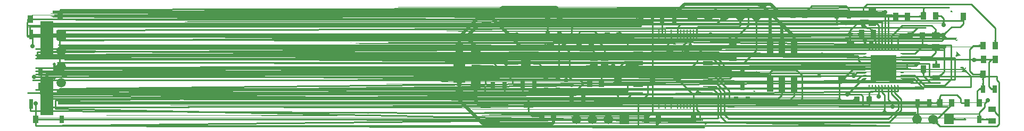
<source format=gtl>
%FSTAX25Y25*%
%MOMM*%
%SFA1B1*%

%IPPOS*%
%ADD10C,0.499872*%
%ADD11R,4.100068X4.100068*%
%ADD12O,0.649986X0.199898*%
%ADD13O,0.199898X0.649986*%
%ADD14R,0.899922X1.299972*%
%ADD15R,0.700024X1.299972*%
%ADD16R,1.299972X0.700024*%
%ADD17R,1.100074X2.599944*%
%ADD18R,1.299972X0.899922*%
%ADD19R,1.199896X0.999998*%
%ADD20O,0.249936X1.549908*%
%ADD21O,1.549908X0.249936*%
%ADD22R,1.499870X0.899922*%
%ADD23R,0.599948X0.350012*%
%ADD24R,1.599946X2.100072*%
%ADD25R,1.999996X5.999988*%
%ADD26R,1.299972X1.649984*%
%ADD27R,1.899920X1.800098*%
%ADD28R,1.480058X0.450088*%
%ADD29R,1.549908X1.424940*%
%ADD30R,1.899920X0.999998*%
%ADD31C,0.254000*%
%ADD32R,1.499870X1.499870*%
%ADD33C,1.499870*%
%ADD34R,1.499870X1.499870*%
%ADD35C,0.499872*%
%ADD36C,0.700024*%
%LNpcb1-1*%
%LPD*%
G36*
X14082445Y6795287D02*
X14083207Y6793128D01*
X14084477Y6791223*
X14086255Y6789572*
X14088541Y6788175*
X14091335Y6787032*
X14094637Y6786143*
X14098447Y6785508*
X14102765Y6785127*
X14107591Y6785*
Y67596*
X14102765Y6759575*
X14083207Y6758457*
X14082445Y6758152*
X14082191Y6757797*
Y67977*
X14082445Y6795287*
G37*
G36*
X8212988Y6785356D02*
X8210829Y6784568D01*
X8208924Y6783298*
X8207273Y6781495*
X8205876Y6779183*
X8204733Y6776364*
X8203844Y6773011*
X8203742Y6772376*
X8203844Y6771741*
X8204733Y6768388*
X8205876Y6765569*
X8207273Y6763258*
X8208924Y6761454*
X8210829Y6760159*
X8212988Y6759397*
X8215401Y6759143*
X8164601*
X8167014Y6759397*
X8169173Y6760159*
X8171078Y6761454*
X8172729Y6763258*
X8174126Y6765569*
X8175269Y6768388*
X8176158Y6771741*
X817626Y6772376*
X8176158Y6773011*
X8175269Y6776364*
X8174126Y6779183*
X8172729Y6781495*
X8171078Y6783298*
X8169173Y6784568*
X8167014Y6785356*
X8164601Y678561*
X8215401*
X8212988Y6785356*
G37*
G36*
X9529673Y6800494D02*
X9530461Y6798335D01*
X9531731Y679643*
X9533559Y6794779*
X9535871Y6793382*
X953869Y6792239*
X9542018Y679135*
X9545878Y6790715*
X9550222Y6790334*
X9555099Y6790207*
Y6764807*
X9550273Y6764756*
X9536049Y6763664*
X9533763Y6763181*
X9531985Y6762597*
X9530715Y6761911*
X9529953Y6761149*
X9529699Y6760311*
X9529394Y6802907*
X9529673Y6800494*
G37*
G36*
X9600006Y6752996D02*
X9597644Y6755231D01*
X9595154Y6757238*
X9592564Y6759016*
X9589871Y676054*
X9587077Y6761861*
X9584156Y6762902*
X9581134Y676374*
X9577984Y6764324*
X9574733Y676468*
X957138Y6764807*
Y6790207*
X9574733Y6790309*
X9577984Y6790664*
X9581134Y6791248*
X9584156Y6792087*
X9587077Y6793153*
X9589871Y6794449*
X9592564Y6795973*
X9595154Y6797751*
X9597644Y6799757*
X9600006Y6801993*
Y6752996*
G37*
G36*
X13997965Y6757847D02*
X13995806Y675706D01*
X13993901Y6755765*
X1399225Y6753961*
X13990853Y675165*
X1398971Y674883*
X13988821Y6745478*
X13988186Y6741642*
X13987805Y6737273*
X13987678Y6732397*
X13962278*
X13962176Y6737223*
X13961414Y6745351*
X13960754Y6748653*
X13959916Y6751447*
X13958874Y6753733*
X1395763Y6755511*
X13956207Y6756781*
X13954607Y6757543*
X13952804Y6757797*
X14000378Y6758101*
X13997965Y6757847*
G37*
G36*
X11450929Y6790461D02*
X11447678Y6786854D01*
X11445163Y6783273*
X11443385Y6779691*
X11442293Y6776085*
X11441938Y6772503*
X11442293Y6768896*
X11443385Y6765315*
X11445163Y6761734*
X11447678Y6758127*
X11450929Y6754545*
X11427688Y6741845*
X11424031Y6745249*
X11420221Y6748297*
X11416258Y6750989*
X11412143Y6753326*
X11407876Y6755307*
X11403457Y6756933*
X1139891Y6758178*
X11394211Y6759092*
X11389334Y6759625*
X1138433Y6759803*
Y6785203*
X11389334Y6785381*
X11394211Y6785914*
X1139891Y6786803*
X11403457Y6788073*
X11407876Y6789699*
X11412143Y6791655*
X11416258Y6793992*
X11420221Y6796684*
X11424031Y6799757*
X11427688Y6803161*
X11450929Y6790461*
G37*
G36*
X10514939Y679549D02*
X10515701Y6793331D01*
X10516971Y6791426*
X10518749Y6789775*
X10521035Y6788378*
X10523829Y6787235*
X10527131Y6786346*
X10530941Y6785711*
X10535259Y678533*
X10540085Y6785203*
Y6759803*
X10535259Y6759676*
X10530941Y6759295*
X10527131Y675866*
X10523829Y6757771*
X10521035Y6756628*
X10518749Y6755231*
X10516971Y675358*
X10515701Y6751675*
X10514939Y6749516*
X10514685Y6747103*
Y6797903*
X10514939Y679549*
G37*
G36*
X11674856Y6844766D02*
X11677345Y684276D01*
X11679936Y6840982*
X11682628Y6839458*
X11685422Y6838137*
X11688343Y6837095*
X11691366Y6836257*
X11694515Y6835673*
X11697766Y6835317*
X11701119Y683519*
Y680979*
X11697766Y6809689*
X11694515Y6809333*
X11691366Y6808749*
X11688343Y6807911*
X11685422Y6806844*
X11682628Y6805549*
X11679936Y6804025*
X11677345Y6802247*
X11674856Y680024*
X11672493Y6798005*
Y6847001*
X11674856Y6844766*
G37*
G36*
X9270619Y6799605D02*
X9270339Y6802018D01*
X9269577Y6804177*
X9268307Y6806082*
X9266504Y6807733*
X9264192Y680913*
X9261348Y6810273*
X925802Y6811162*
X9254159Y6811797*
X9249791Y6812178*
X9244914Y6812305*
Y6837705*
X9249791Y6837832*
X9254159Y6838213*
X925802Y6838848*
X9261348Y6839737*
X9264192Y684088*
X9266504Y6842277*
X9268307Y6843928*
X9269577Y6845833*
X9270339Y6847992*
X9270619Y6850405*
Y6799605*
G37*
G36*
X13675258Y6856806D02*
X13675995Y6848246D01*
X13677239Y6840702*
X13678992Y6834149*
X13681252Y6828637*
X13683996Y6824091*
X13687247Y6820585*
X13691006Y6818071*
X13695248Y6816547*
X13699998Y6816064*
X13599998*
X13604748Y6816547*
X13608989Y6818071*
X13612749Y6820585*
X13616Y6824091*
X13618743Y6828637*
X13621004Y6834149*
X13622756Y6840702*
X13624001Y6848246*
X13624763Y6856806*
X13624991Y6866356*
X13675004*
X13675258Y6856806*
G37*
G36*
X15448102Y6792188D02*
X15447873Y6794119D01*
X15447187Y679582*
X15446019Y6797344*
X15444419Y6798665*
X15442336Y6799783*
X15439796Y6800672*
X15436799Y6801383*
X15433319Y6801891*
X15429382Y6802196*
X15424988Y6802297*
Y6827697*
X15429382Y6827799*
X15433319Y6828104*
X15436799Y6828612*
X15439796Y6829323*
X15442336Y6830212*
X15444419Y683133*
X15446019Y683265*
X15447187Y6834174*
X15447873Y6835876*
X15448102Y6837807*
Y6792188*
G37*
G36*
X16277996Y6802551D02*
X16275837Y6801789D01*
X16273932Y6800519*
X16272281Y6798741*
X16270884Y6796455*
X16269741Y6793661*
X16268852Y6790359*
X16268217Y6786549*
X16267836Y6782231*
X16267709Y6777405*
X16242309*
X16242182Y6782231*
X16241801Y6786549*
X16241166Y6790359*
X16240277Y6793661*
X16239134Y6796455*
X16237737Y6798741*
X16236086Y6800519*
X16234181Y6801789*
X16232022Y6802551*
X16229609Y6802805*
X16280409*
X16277996Y6802551*
G37*
G36*
X16492245D02*
X16492296Y6801789D01*
X16492474Y6790359*
X16492499Y6777405*
X16467099*
X16466972Y6782231*
X16466591Y6786549*
X16465956Y6790359*
X16465067Y6793661*
X16463924Y6796455*
X16462527Y6798741*
X16460876Y6800519*
X16458971Y6801789*
X16456812Y6802551*
X16454399Y6802805*
X16492194*
X16492245Y6802551*
G37*
G36*
X10202799Y6808165D02*
X10203103Y6804279D01*
X10203611Y6800875*
X10204323Y6797903*
X10205237Y6795389*
X10206329Y6793357*
X1020765Y6791756*
X10209174Y6790613*
X10210876Y6789928*
X10212806Y6789699*
X10167188*
X10169118Y6789928*
X1017082Y6790613*
X10172344Y6791756*
X10173665Y6793357*
X10174782Y6795389*
X10175697Y6797903*
X10176383Y6800875*
X10176891Y6804279*
X10177195Y6808165*
X10177297Y6812508*
X10202697*
X10202799Y6808165*
G37*
G36*
X12395301Y6739686D02*
X12395606Y6701891D01*
X12395327Y6704304*
X12394539Y6706463*
X12393244Y6708368*
X1239144Y6710019*
X12389129Y6711416*
X1238631Y6712559*
X12382982Y6713448*
X12379121Y6714083*
X12374778Y6714464*
X12369901Y6714591*
Y6739991*
X12395301Y6739686*
G37*
G36*
X7983982Y6641007D02*
X7977555Y663453D01*
X7972298Y662846*
X7975727Y6625005*
X7973872Y6624624*
X797151Y6623583*
X7968615Y6621856*
X7965211Y6619468*
X7962747Y6617462*
X7953146Y6606387*
X7951419Y6603492*
X7950377Y6601129*
X7949996Y659925*
X7946263Y6602984*
X7933969Y659102*
X7916011Y6608978*
X7922437Y661548*
X7927695Y6621551*
X7924266Y662498*
X792612Y6625361*
X7928483Y6626428*
X7931378Y6628155*
X7934782Y6630543*
X7934934Y663067*
X7937246Y6632549*
X7946847Y6643624*
X7948574Y6646494*
X7949641Y6648881*
X7950022Y6650736*
X795373Y6647002*
X7966024Y6658991*
X7983982Y6641007*
G37*
G36*
X8263153Y6711492D02*
X8263915Y6709333D01*
X826521Y6707428*
X8267014Y6705777*
X8269325Y670438*
X8272145Y6703237*
X8275472Y6702348*
X8279333Y6701713*
X8283702Y6701332*
X8288604Y6701205*
Y6675805*
X8283702Y6675678*
X8279333Y6675297*
X8275472Y6674662*
X8272145Y6673773*
X8269325Y667263*
X8267014Y6671233*
X826521Y6669582*
X8263915Y6667677*
X8263153Y6665518*
X8262899Y6663105*
Y6713905*
X8263153Y6711492*
G37*
G36*
X8425611Y6667093D02*
X8425357Y6669506D01*
X842457Y6671665*
X84233Y667357*
X8421497Y6675221*
X8419185Y6676618*
X8416366Y6677761*
X8413013Y667865*
X8409152Y6679285*
X8404783Y6679666*
X8399907Y6679793*
Y6705193*
X8404783Y670532*
X8409152Y6705701*
X8413013Y6706336*
X8416366Y6707225*
X8419185Y6708368*
X8421497Y6709765*
X84233Y6711416*
X842457Y6713321*
X8425357Y671548*
X8425611Y6717893*
Y6667093*
G37*
G36*
X8188858Y6663664D02*
X8186547Y6663207D01*
X8184032Y6662343*
X8181314Y6661099*
X8178393Y6659422*
X8175269Y6657365*
X8171916Y6654901*
X8164626Y6648754*
X8156473Y6641007*
X8138515Y6658991*
X8142605Y6663156*
X8152409Y6674408*
X8154873Y6677761*
X815693Y6680911*
X8158581Y6683832*
X8159851Y668655*
X8160715Y6689064*
X8161172Y669135*
X8188858Y6663664*
G37*
G36*
X16220617Y6612204D02*
X16220389Y6614109D01*
X16219678Y6615836*
X16218535Y6617335*
X16216909Y6618655*
X16214826Y6619773*
X16212286Y6620687*
X16209289Y6621399*
X16205809Y6621907*
X16201898Y6622211*
X16197503Y6622288*
Y6647688*
X16201898Y6647789*
X16205809Y6648094*
X16209289Y6648602*
X16212286Y6649313*
X16214826Y6650228*
X16216909Y6651345*
X16218535Y6652641*
X16219678Y6654165*
X16220389Y6655892*
X16220617Y6657797*
Y6612204*
G37*
G36*
X16410609Y6617208D02*
X16410432Y6618173D01*
X16409898Y6619036*
X16408984Y6619798*
X16407714Y6620459*
X16406088Y6621018*
X16404082Y6621475*
X16401745Y662183*
X16399027Y6622084*
X16392499Y6622288*
Y6647688*
X16395928Y6647738*
X16401745Y664817*
X16404082Y6648526*
X16406088Y6648983*
X16407714Y6649542*
X16408984Y6650202*
X16409898Y6650964*
X16410432Y6651828*
X16410609Y6652818*
Y6617208*
G37*
G36*
X8108797Y6617563D02*
X8108315Y661896D01*
X8106791Y662023*
X8104301Y6621348*
X8100796Y6622313*
X80963Y6623126*
X8090814Y6623812*
X8076793Y6624701*
X805881Y6625005*
Y6674993*
X806831Y6675247*
X8076793Y6676009*
X8084312Y6677253*
X8090814Y6679006*
X80963Y6681241*
X8100796Y668401*
X8104301Y6687261*
X8106791Y6690995*
X8108315Y6695262*
X8108797Y6699986*
Y6617563*
G37*
G36*
X797024Y67326D02*
X7965998Y6731101D01*
X7962239Y6728587*
X7959013Y6725056*
X7956245Y6720535*
X795401Y6714998*
X7952257Y670847*
X7952079Y6707505*
X7952257Y6706539*
X795401Y6699986*
X7956245Y6694474*
X7959013Y6689928*
X7962239Y6686423*
X7965998Y6683908*
X797024Y6682384*
X797499Y6681901*
X787499*
X787974Y6682384*
X7884007Y6683908*
X7887741Y6686423*
X7890992Y6689928*
X7893761Y6694474*
X7895996Y6699986*
X7897749Y6706539*
X7897901Y6707505*
X7897749Y670847*
X7895996Y6714998*
X7893761Y6720535*
X7890992Y6725056*
X7887741Y6728587*
X7884007Y6731101*
X787974Y67326*
X787499Y6733108*
X797499*
X797024Y67326*
G37*
G36*
X9890963Y6752259D02*
X9894773Y6749186D01*
X9898735Y6746494*
X990285Y6744157*
X9907117Y6742201*
X9911537Y6740575*
X9916083Y6739305*
X9920808Y6738416*
X9925659Y6737883*
X9930333Y6737705*
X9934778Y6737832*
X9939147Y6738213*
X9943007Y6738848*
X994636Y6739737*
X994918Y674088*
X9951491Y6742277*
X9953294Y6743928*
X995459Y6745833*
X9955352Y6747992*
X9955606Y6750405*
Y6699605*
X9955352Y6702018*
X995459Y6704177*
X9953294Y6706082*
X9951491Y6707733*
X994918Y670913*
X994636Y6710273*
X9943007Y6711162*
X9939147Y6711797*
X9934778Y6712178*
X9930333Y671228*
X9925659Y6712127*
X9920808Y6711569*
X9916083Y671068*
X9911537Y6709435*
X9907117Y6707809*
X990285Y6705828*
X9898735Y6703491*
X9894773Y6700799*
X9890963Y6697751*
X9887305Y6694347*
X986409Y6707047*
X9867315Y6710629*
X986983Y671421*
X9871633Y6717817*
X98727Y6721398*
X9873056Y6725005*
X98727Y6728587*
X9871633Y6732193*
X986983Y6735775*
X9867315Y6739382*
X986409Y6742963*
X9887305Y6755663*
X9890963Y6752259*
G37*
G36*
X16267836Y6720281D02*
X16268217Y6715937D01*
X16268852Y6712153*
X16269741Y6708825*
X16270884Y6706057*
X16272281Y6703771*
X16273932Y6701993*
X16275837Y6700723*
X16277996Y6699935*
X16280409Y6699707*
X16229609*
X16232022Y6699935*
X16234181Y6700723*
X16236086Y6701993*
X16237737Y6703771*
X16239134Y6706057*
X16240277Y6708825*
X16241166Y6712153*
X16241801Y6715937*
X16242182Y6720281*
X16242309Y6725107*
X16267709*
X16267836Y6720281*
G37*
G36*
X9689871Y6675501D02*
X9687509Y6677736D01*
X9685045Y6679742*
X9682454Y668152*
X9679762Y6683044*
X9676942Y668434*
X9674021Y6685407*
X9670999Y6686245*
X9667875Y6686829*
X9664623Y6687185*
X9661271Y6687312*
Y6712712*
X9664623Y6712813*
X9667875Y6713169*
X9670999Y6713753*
X9674021Y6714591*
X9676942Y6715658*
X9679762Y6716953*
X9682454Y6718477*
X9685045Y6720255*
X9687509Y6722262*
X9689871Y6724497*
Y6675501*
G37*
G36*
X8205114Y6705244D02*
X8207425Y670438D01*
X8210626Y6703644*
X821469Y6702983*
X8225459Y6701993*
X8248192Y6701256*
X825754Y6701205*
Y6675805*
X8248192Y6675755*
X8210626Y6673367*
X8207425Y6672605*
X8205114Y6671767*
X8203666Y6670802*
Y6706184*
X8205114Y6705244*
G37*
G36*
X8895613Y6674586D02*
X8895359Y6677025D01*
X8894572Y6679184*
X8893302Y6681089*
X8891498Y668274*
X8889187Y6684137*
X8886342Y6685254*
X8883015Y6686143*
X8879154Y6686804*
X8874785Y6687185*
X8869908Y6687312*
Y6712712*
X8874785Y6712813*
X8879154Y671322*
X8883015Y6713829*
X8886342Y6714718*
X8889187Y6715887*
X8891498Y6717258*
X8893302Y6718935*
X8894572Y6720814*
X8895359Y6722999*
X8895613Y6725386*
Y6674586*
G37*
G36*
X9154642Y6722999D02*
X915543Y6720814D01*
X91567Y6718935*
X9158503Y6717258*
X9160814Y6715887*
X9163634Y6714718*
X9166987Y6713829*
X9170847Y671322*
X9175216Y6712813*
X9180093Y6712712*
Y6687312*
X9175216Y6687185*
X9170847Y6686804*
X9166987Y6686143*
X9163634Y6685254*
X9160814Y6684137*
X9158503Y668274*
X91567Y6681089*
X915543Y6679184*
X9154642Y6677025*
X9154388Y6674586*
Y6725386*
X9154642Y6722999*
G37*
G36*
X13952804Y6947814D02*
X13952296Y6952488D01*
X13950797Y6956704*
X13948308Y6960387*
X13944803Y6963613*
X13940307Y6966331*
X13934795Y696854*
X13928293Y6970268*
X139208Y6971512*
X13912291Y6972249*
X13902817Y6972503*
Y702249*
X13912291Y7022642*
X13928293Y7023836*
X13934795Y7024852*
X13940307Y7026173*
X13944803Y7027799*
X13948308Y7029704*
X13950797Y7031913*
X13952296Y7034403*
X13952804Y7037197*
Y6947814*
G37*
G36*
X9238742Y6988759D02*
X9248851Y6980885D01*
X9247733Y6979767*
X9202826Y6970801*
X9206052Y6974382*
X9208566Y6977964*
X921037Y6981571*
X9211437Y6985152*
X9211818Y6988759*
X9211437Y699234*
X921037Y6995922*
X9208566Y6999528*
X9206052Y700311*
X9202826Y7006717*
X9238742Y6988759*
G37*
G36*
X14082445Y7020483D02*
X14083207Y7018324D01*
X14084477Y7016419*
X14086255Y7014768*
X14088541Y7013371*
X14091335Y7012228*
X14094637Y7011339*
X14098447Y7010704*
X14102765Y7010323*
X14107591Y7010196*
Y6984796*
X14102765Y6984669*
X14098447Y6984288*
X14094637Y6983653*
X14091335Y6982764*
X14088541Y6981621*
X14086255Y6980224*
X14084477Y6978573*
X14083207Y6976668*
X14082445Y6974509*
X14082191Y6972096*
Y7022896*
X14082445Y7020483*
G37*
G36*
X15075611Y6939686D02*
X15075458Y6940194D01*
X15074976Y6940626*
X15074214Y6941032*
X15073122Y6941362*
X15071699Y6941642*
X15069997Y6941896*
X15065629Y6942201*
X1505999Y6942302*
Y6967702*
X15062962Y6967728*
X15071699Y6968337*
X15073122Y6968642*
X15074214Y6968972*
X15074976Y6969353*
X15075458Y696981*
X15075611Y6970293*
Y6939686*
G37*
G36*
X8815298Y6922795D02*
X8815044Y6923659D01*
X8814282Y6924421*
X8813012Y6925106*
X8811234Y6925691*
X8808948Y6926173*
X8806154Y692658*
X8799042Y6927113*
X8789898Y6927291*
Y6952691*
X8794724Y6952742*
X8808948Y6953834*
X8811234Y6954316*
X8813012Y6954901*
X8814282Y6955586*
X8815044Y6956348*
X8815298Y6957187*
Y6922795*
G37*
G36*
X9154947Y6956933D02*
X9155709Y6956679D01*
X9156979Y6956475*
X9158757Y6956298*
X9167139Y6955917*
X9180093Y695579*
Y693039*
X9175267Y6930313*
X9167139Y6929729*
X9163837Y6929196*
X9161043Y692851*
X9158757Y6927672*
X9156979Y6926681*
X9155709Y6925538*
X9154947Y6924243*
X9154693Y6922795*
Y6957187*
X9154947Y6956933*
G37*
G36*
X10079812Y6950151D02*
X1007938Y6949694D01*
X10078974Y6948932*
X10078643Y6947865*
X10078339Y6946468*
X1007811Y6944791*
X10077805Y6940499*
X10077704Y6934987*
X10052304*
X10052278Y6937908*
X10051643Y6946468*
X10051364Y6947865*
X10051034Y6948932*
X10050627Y6949694*
X10050195Y6950151*
X10049687Y6950303*
X10080294*
X10079812Y6950151*
G37*
G36*
X15190089Y6994601D02*
X15185237Y6994474D01*
X15180868Y6994093*
X15177033Y6993458*
X15173706Y6992569*
X15170861Y6991426*
X15168549Y6990029*
X15166746Y6988378*
X15165451Y6986473*
X15164663Y6984314*
X15164384Y6981901*
X15164689Y7019696*
X15164943Y7019747*
X15165705Y7019798*
X15177135Y7019975*
X15190089Y7020001*
Y6994601*
G37*
G36*
X12142089Y7023455D02*
X12142571Y7016953D01*
X12142774Y7015886*
X12143028Y7015048*
X12143333Y7014413*
X12143663Y7014032*
X12144044Y7013829*
X12116181Y7006844*
X12116282Y7007098*
X12116358Y7007707*
X12116435Y7008698*
X12116663Y7022134*
Y702564*
X12142063*
X12142089Y7023455*
G37*
G36*
X8694877Y7057263D02*
X8697341Y7055256D01*
X8699931Y7053478*
X8702624Y7051954*
X8705443Y7050659*
X8708339Y7049592*
X8711387Y7048754*
X8714511Y7048169*
X8717762Y7047814*
X8721115Y7047687*
Y7022287*
X8717762Y7022185*
X8714511Y702183*
X8711387Y7021245*
X8708339Y7020407*
X8705443Y701934*
X8702624Y7018045*
X8699931Y7016521*
X8697341Y7014743*
X8694877Y7012736*
X8692489Y7010501*
Y7059498*
X8694877Y7057263*
G37*
G36*
X826394Y7022896D02*
X8264702Y7021271D01*
X8265972Y7019848*
X826775Y7018629*
X8270036Y7017562*
X827283Y7016724*
X8276132Y7016064*
X8279942Y7015581*
X828426Y7015302*
X8289086Y70152*
Y69898*
X828426Y6989699*
X8276132Y6988937*
X827283Y6988276*
X8270036Y6987438*
X826775Y6986371*
X8265972Y6985152*
X8264702Y698373*
X826394Y6982104*
X8263686Y6980301*
Y70247*
X826394Y7022896*
G37*
G36*
X10294645Y7022973D02*
X10295407Y7020814D01*
X10296702Y7018909*
X10298506Y7017258*
X10300817Y7015861*
X10303637Y7014718*
X10306989Y7013829*
X1031085Y7013194*
X10315219Y7012813*
X10320096Y7012686*
Y6987286*
X10315219Y6987159*
X1031085Y6986778*
X10306989Y6986143*
X10303637Y6985254*
X10300817Y6984111*
X10298506Y6982714*
X10296702Y6981063*
X10295407Y6979158*
X10294645Y6976999*
X10294391Y6974586*
Y7025386*
X10294645Y7022973*
G37*
G36*
X10005618Y6974586D02*
X10005364Y6977024D01*
X10004577Y6979183*
X10003307Y6981088*
X10001504Y6982739*
X9999192Y6984136*
X9996347Y6985279*
X999302Y6986168*
X9989159Y6986803*
X998479Y6987184*
X9979914Y6987311*
Y7012711*
X998479Y7012838*
X9989159Y7013219*
X999302Y7013854*
X9996347Y7014743*
X9999192Y7015886*
X10001504Y7017283*
X10003307Y7018934*
X10004577Y7020839*
X10005364Y7022998*
X10005618Y7025386*
Y6974586*
G37*
G36*
X10349992Y6975475D02*
X10347604Y6977735D01*
X1034514Y6979742*
X10342549Y6981494*
X10339857Y6983044*
X10337038Y6984339*
X10334117Y6985406*
X10331094Y6986219*
X1032797Y6986803*
X10324719Y6987159*
X10321366Y6987286*
Y7012686*
X10324719Y7012813*
X1032797Y7013168*
X10331094Y7013752*
X10334117Y7014565*
X10337038Y7015632*
X10339857Y7016927*
X10342549Y7018477*
X1034514Y7020229*
X10347604Y7022236*
X10349992Y7024497*
Y6975475*
G37*
G36*
X826394Y6957898D02*
X8264702Y6956272D01*
X8265972Y695485*
X826775Y6953605*
X8270036Y6952564*
X827283Y6951726*
X8276132Y6951065*
X8279942Y6950583*
X828426Y6950303*
X8289086Y6950202*
Y6924802*
X828426Y69247*
X8276132Y6923938*
X827283Y6923278*
X8270036Y6922414*
X826775Y6921373*
X8265972Y6920153*
X8264702Y6918731*
X826394Y6917105*
X8263686Y6915302*
Y6959701*
X826394Y6957898*
G37*
G36*
X12882829Y6867702D02*
X1288321Y6863334D01*
X12883845Y6859473*
X12884734Y6856145*
X12885877Y6853326*
X12887274Y6850989*
X12888925Y6849211*
X1289083Y6847916*
X12892989Y6847154*
X12895402Y68469*
X12844602*
X12847015Y6847154*
X12849174Y6847916*
X12851079Y6849211*
X1285273Y6850989*
X12854127Y6853326*
X1285527Y6856145*
X12856159Y6859473*
X12856794Y6863334*
X12857175Y6867702*
X12857302Y6872605*
X12882702*
X12882829Y6867702*
G37*
G36*
X15595142Y6849694D02*
X15590139Y6844487D01*
X15582214Y683514*
X15579344Y6831025*
X15577185Y682724*
X15575762Y6823837*
X15575051Y6820789*
Y6818071*
X15575762Y6815759*
X15577185Y6813778*
X15541269Y6849694*
X1554325Y6848271*
X15545587Y6847535*
X15548279*
X15551327Y6848271*
X15554756Y6849694*
X15558516Y6851853*
X15562656Y6854723*
X15567126Y6858304*
X15577185Y6867652*
X15595142Y6849694*
G37*
G36*
X826394Y6892899D02*
X8264702Y6891274D01*
X8265972Y6889851*
X826775Y6888607*
X8270036Y6887565*
X827283Y6886727*
X8276132Y6886067*
X8279942Y6885584*
X828426Y6885305*
X8289086Y6885203*
Y6859803*
X828426Y6859701*
X8276132Y6858939*
X827283Y6858279*
X8270036Y6857415*
X826775Y6856374*
X8265972Y6855155*
X8264702Y6853732*
X826394Y6852107*
X8263686Y6850303*
Y6894703*
X826394Y6892899*
G37*
G36*
X142494Y6873925D02*
X14247114Y6871487D01*
X14245056Y6868922*
X14243253Y686628*
X14241703Y6863562*
X14240383Y6860768*
X14239316Y6857847*
X14238503Y6854875*
X14237919Y6851777*
X14237589Y6848602*
X14237487Y684535*
X14202841Y6879996*
X14206118Y6880098*
X14209268Y6880428*
X14212366Y6880987*
X14215364Y6881825*
X14218259Y6882892*
X14221079Y6884187*
X14223796Y6885762*
X14226438Y6887565*
X14228978Y6889597*
X14231442Y6891883*
X142494Y6873925*
G37*
G36*
X795025Y687263D02*
X7951012Y6864096D01*
X7952257Y6856526*
X795401Y6849999*
X7956245Y6844461*
X7959013Y683994*
X7962239Y683641*
X7965998Y6833895*
X797024Y6832396*
X797499Y6831888*
X787499*
X787974Y6832396*
X7884007Y6833895*
X7887741Y683641*
X7890992Y683994*
X7893761Y6844461*
X7895996Y6849999*
X7897749Y6856526*
X7898993Y6864096*
X7899755Y687263*
X7900009Y6882206*
X7949996*
X795025Y687263*
G37*
G36*
X16213099Y683961D02*
X16212845Y6842023D01*
X16212083Y6844182*
X16210788Y6846087*
X16208984Y6847738*
X16206673Y6849135*
X16203853Y6850278*
X16200526Y6851167*
X16196665Y6851802*
X16192296Y6852183*
X16187394Y685231*
Y687771*
X16192296Y6877837*
X16196665Y6878218*
X16200526Y6878853*
X16203853Y6879742*
X16206673Y6880885*
X16208984Y6882282*
X16210788Y6883933*
X16212083Y6885838*
X16212845Y6887997*
X16213099Y689041*
Y683961*
G37*
G36*
X14100149Y6847205D02*
X1409512Y6841998D01*
X14087221Y683265*
X1408435Y682851*
X14082191Y6824751*
X14080769Y6821322*
X14080032Y6818274*
Y6815582*
X14080769Y6813245*
X14082191Y6811264*
X14046276Y6847205*
X14048257Y6845757*
X14050594Y6845046*
X14053286*
X14056334Y6845757*
X14059738Y6847205*
X14063522Y6849338*
X14067637Y6852234*
X14072133Y6855815*
X14082191Y6865162*
X14100149Y6847205*
G37*
G36*
X15987522Y6974128D02*
X15988741Y695485D01*
X1598996Y6946315*
X15991535Y6938518*
X15993516Y6931456*
X15995904Y6925132*
X15998672Y6919544*
X16001822Y6914692*
X16005352Y6910603*
X15987293Y6892721*
X15983204Y6896252*
X15978378Y6899402*
X15972815Y690217*
X1596649Y6904558*
X15959404Y6906564*
X15951606Y6908215*
X15943046Y6909485*
X15923691Y6910857*
X15912896Y6911009*
X15987496Y6984873*
X15987522Y6974128*
G37*
G36*
X797024Y6962597D02*
X7965998Y6961098D01*
X7962239Y6958584*
X7959013Y6955053*
X7956245Y6950532*
X795401Y6944995*
X7952257Y6938467*
X7951012Y6930923*
X795025Y6922363*
X7949996Y6912813*
X7900009*
X7899755Y6922363*
X7898993Y6930923*
X7897749Y6938467*
X7895996Y6944995*
X7893761Y6950532*
X7890992Y6955053*
X7887741Y6958584*
X7884007Y6961098*
X787974Y6962597*
X787499Y6963105*
X797499*
X797024Y6962597*
G37*
G36*
X9864648Y6962902D02*
X986541Y6960768D01*
X9866706Y6958888*
X9868484Y6957237*
X9870795Y695584*
X9873615Y6954723*
X9876942Y6953834*
X9880777Y6953199*
X9885121Y6952818*
X9889998Y6952691*
Y6927291*
X9885121Y6927164*
X9880777Y6926808*
X9876942Y6926173*
X9873615Y6925284*
X9870795Y6924141*
X9868484Y692277*
X9866706Y6921119*
X986541Y6919239*
X9864648Y691708*
X9864394Y6914692*
Y6965315*
X9864648Y6962902*
G37*
G36*
X12224639Y6890004D02*
X12221387Y6889902D01*
X12218212Y6889572*
X12215139Y6888988*
X12212142Y6888175*
X12209246Y6887108*
X12206427Y6885787*
X12203709Y6884238*
X12201067Y6882434*
X12198527Y6880402*
X12196064Y6878116*
X12178106Y6896074*
X12180392Y6898538*
X12182449Y6901078*
X12184253Y6903694*
X12185802Y6906437*
X12187123Y6909257*
X12188164Y6912152*
X12189002Y691515*
X12189587Y6918223*
X12189917Y6921398*
X12189993Y6924649*
X12224639Y6890004*
G37*
G36*
X15332583Y6890054D02*
X15330424Y6889292D01*
X15328519Y6888022*
X15326868Y6886244*
X15325471Y6883958*
X15324328Y6881164*
X15323439Y6877862*
X15322804Y6874052*
X15322423Y6869734*
X15322296Y6864908*
X15296896*
X15296769Y6869734*
X15296388Y6874052*
X15295753Y6877862*
X15294864Y6881164*
X15293721Y6883958*
X15292324Y6886244*
X15290673Y6888022*
X15288768Y6889292*
X15286609Y6890054*
X15284196Y6890308*
X15334996*
X15332583Y6890054*
G37*
G36*
X12395606Y6874611D02*
X12395352Y6876999D01*
X1239459Y6879158*
X12393295Y6881063*
X12391491Y6882714*
X1238918Y6884111*
X1238636Y6885279*
X12383008Y6886168*
X12379147Y6886778*
X12374778Y6887159*
X12369901Y6887286*
Y6912686*
X12374778Y6912838*
X12379147Y6913219*
X12383008Y6913854*
X1238636Y6914743*
X1238918Y6915861*
X12391491Y6917283*
X12393295Y6918909*
X1239459Y6920839*
X12395352Y6922973*
X12395606Y6925411*
Y6874611*
G37*
G36*
X12654635Y6922973D02*
X12655423Y6920839D01*
X12656693Y6918909*
X12658496Y6917283*
X12660807Y6915861*
X12663652Y6914743*
X1266698Y6913854*
X1267084Y6913219*
X12675209Y6912838*
X12680086Y6912686*
Y6887286*
X12675209Y6887159*
X1267084Y6886778*
X1266698Y6886168*
X12663652Y6885279*
X12660807Y6884111*
X12658496Y6882714*
X12656693Y6881063*
X12655423Y6879158*
X12654635Y6876999*
X12654381Y6874611*
Y6925411*
X12654635Y6922973*
G37*
G36*
X8952992Y6635064D02*
X8950833Y6634276D01*
X8948928Y6633006*
X8947277Y6631228*
X894588Y6628942*
X8944737Y6626174*
X8943848Y6622846*
X8943213Y6619062*
X8942832Y6614718*
X8942705Y6609892*
X8917305*
X8917178Y6614718*
X8916797Y6619062*
X8916162Y6622846*
X8915273Y6626174*
X891413Y6628942*
X8912733Y6631228*
X8911082Y6633006*
X8909177Y6634276*
X8907018Y6635064*
X8904605Y6635292*
X8955405*
X8952992Y6635064*
G37*
G36*
X15235986Y6345351D02*
X15233827Y6344589D01*
X15231922Y6343294*
X15230271Y6341491*
X15228874Y6339179*
X15227731Y633636*
X15226842Y6333007*
X15226207Y6329172*
X15225826Y6324777*
X15225699Y6319901*
X15200299*
X15200172Y6324777*
X15199791Y6329172*
X15199156Y6333007*
X15198267Y633636*
X15197124Y6339179*
X15195727Y6341491*
X15194076Y6343294*
X15192171Y6344589*
X15190012Y6345351*
X15187599Y6345605*
X15238399*
X15235986Y6345351*
G37*
G36*
X8420201Y6416421D02*
X84217Y64135D01*
X8424189Y6410934*
X8427694Y6408699*
X843219Y6406794*
X8437702Y6405245*
X8444204Y6404051*
X8451697Y6403187*
X8460206Y6402679*
X8469706Y6402501*
Y6352489*
X8460206Y6352286*
X8451697Y63516*
X8444204Y6350508*
X8437702Y6348958*
X843219Y6346952*
X8427694Y6344513*
X8424189Y6341618*
X84217Y633829*
X8420201Y6334531*
X8419693Y6330315*
Y6419697*
X8420201Y6416421*
G37*
G36*
X15751225Y6343294D02*
X15749244Y6344742D01*
X15746907Y6345453*
X15744215*
X15741167Y6344742*
X15737763Y6343294*
X15733979Y634116*
X15729864Y6338265*
X15725368Y6334683*
X1571531Y6325336*
X15697352Y6343294*
X15702381Y6348501*
X15710281Y6357848*
X15713151Y6361988*
X1571531Y6365748*
X15716732Y6369177*
X15717469Y6372225*
Y6374917*
X15716732Y6377254*
X1571531Y6379235*
X15751225Y6343294*
G37*
G36*
X9047988Y6330061D02*
X9045829Y6329299D01*
X9043924Y6328029*
X9042273Y6326251*
X9040876Y6323965*
X9039733Y6321171*
X9038844Y6317869*
X9038209Y6314059*
X9037828Y6309741*
X9037701Y6304915*
X9012301*
X9012174Y6309741*
X9011793Y6314059*
X9011158Y6317869*
X9010269Y6321171*
X9009126Y6323965*
X9007729Y6326251*
X9006078Y6328029*
X9004173Y6329299*
X9002014Y6330061*
X8999601Y6330315*
X9050401*
X9047988Y6330061*
G37*
G36*
X11857837Y6235268D02*
X11858218Y623095D01*
X11858853Y622714*
X11859742Y6223838*
X11860885Y6221044*
X11862282Y6218758*
X11863933Y621698*
X11865838Y621571*
X11867997Y6214948*
X1187041Y6214694*
X1181961*
X11822023Y6214948*
X11824182Y621571*
X11826087Y621698*
X11827738Y6218758*
X11829135Y6221044*
X11830278Y6223838*
X11831167Y622714*
X11831802Y623095*
X11832183Y6235268*
X1183231Y6240094*
X1185771*
X11857837Y6235268*
G37*
G36*
X16215334D02*
X16215715Y623095D01*
X1621635Y622714*
X16217239Y6223838*
X16218382Y6221044*
X16219779Y6218758*
X1622143Y621698*
X16223335Y621571*
X16225494Y6214948*
X16227907Y6214694*
X16177107*
X1617952Y6214948*
X16181679Y621571*
X16183584Y621698*
X16185235Y6218758*
X16186632Y6221044*
X16187775Y6223838*
X16188664Y622714*
X16189299Y623095*
X1618968Y6235268*
X16189807Y6240094*
X16215207*
X16215334Y6235268*
G37*
G36*
X14705304Y6307759D02*
X14705685Y6304508D01*
X14706269Y6301384*
X14707082Y6298361*
X14708149Y629544*
X14709444Y6292621*
X14710994Y6289929*
X14712746Y6287338*
X14714753Y6284874*
X14717014Y6282486*
X14667992*
X14670252Y6284874*
X14672259Y6287338*
X14674011Y6289929*
X14675561Y6292621*
X14676856Y629544*
X14677923Y6298361*
X14678736Y6301384*
X1467932Y6304508*
X14679676Y6307759*
X14679803Y6311112*
X14705203*
X14705304Y6307759*
G37*
G36*
X14827732Y6394678D02*
X14828367Y6384747D01*
X14828621Y6383604*
X14828901Y6382715*
X14829231Y6382131*
X14829586Y6381826*
X14800427*
X14800783Y6382131*
X14801088Y6382715*
X14801367Y6383604*
X14801621Y6384747*
X14801824Y6386169*
X14802129Y6389878*
X14802307Y6397498*
X14827707*
X14827732Y6394678*
G37*
G36*
X15963112Y6382105D02*
X15962858Y6384518D01*
X15962071Y6386677*
X15960801Y6388582*
X15958997Y6390233*
X15956686Y639163*
X15953867Y6392773*
X15950514Y6393662*
X15946653Y6394297*
X15942284Y6394678*
X15937407Y6394805*
Y6420205*
X15942284Y6420332*
X15946653Y6420713*
X15950514Y6421348*
X15953867Y6422237*
X15956686Y642338*
X15958997Y6424777*
X15960801Y6426428*
X15962071Y6428333*
X15962858Y6430492*
X15963112Y6432905*
Y6382105*
G37*
G36*
X15439644Y6432981D02*
X15440431Y6430822D01*
X15441701Y6428917*
X15443504Y6427266*
X15445816Y6425869*
X15448635Y6424726*
X15451988Y6423837*
X15455849Y6423202*
X15460218Y6422821*
X15465094Y6422694*
Y6397294*
X15460218Y6397167*
X15455849Y6396786*
X15451988Y6396151*
X15448635Y6395262*
X15445816Y6394119*
X15443504Y6392722*
X15441701Y6391071*
X15440431Y6389166*
X15439644Y6387007*
X1543939Y6384594*
Y6435394*
X15439644Y6432981*
G37*
G36*
X14466824Y6385128D02*
X1446596Y6384594D01*
X14465198Y6383705*
X14464538Y6382461*
X14463979Y6380861*
X14463522Y6378905*
X14463166Y6376568*
X14462912Y6373901*
X14462709Y63675*
X14437309*
X14437258Y6370878*
X14436826Y6376568*
X14436471Y6378905*
X14436013Y6380861*
X14435455Y6382461*
X14434794Y6383705*
X14434032Y6384594*
X14433169Y6385128*
X14432203Y6385306*
X14467814*
X14466824Y6385128*
G37*
G36*
X11867261Y6372631D02*
X11865254Y6370167D01*
X11863476Y6367576*
X11861952Y6364884*
X11860657Y6362065*
X1185959Y6359144*
X11858752Y6356121*
X11858167Y6352997*
X11857812Y6349746*
X1185771Y6346393*
X1183231*
X11832183Y6349746*
X11831828Y6352997*
X11831243Y6356121*
X11830405Y6359144*
X11829364Y6362065*
X11828043Y6364884*
X11826519Y6367576*
X11824741Y6370167*
X11822734Y6372631*
X11820499Y6374993*
X11869496*
X11867261Y6372631*
G37*
G36*
X9099651Y639798D02*
X9100413Y6395821D01*
X9101709Y6393916*
X9103512Y6392265*
X9105823Y6390868*
X9108643Y6389725*
X9111996Y6388836*
X9115831Y6388201*
X91202Y638782*
X9125102Y6387693*
Y6362293*
X91202Y6362166*
X9115831Y6361785*
X9111996Y636115*
X9108643Y6360261*
X9105823Y6359118*
X9103512Y6357721*
X9101709Y635607*
X9100413Y6354165*
X9099651Y6352006*
X9099397Y6349593*
Y6400393*
X9099651Y639798*
G37*
G36*
X8270621Y6349695D02*
X8270367Y6349746D01*
X8269579Y6349796*
X8258048Y6349974*
X8244992Y635*
Y6400012*
X8270621Y6400292*
Y6349695*
G37*
G36*
X11662816Y6235268D02*
X11663197Y623095D01*
X11663832Y622714*
X11664721Y6223838*
X11665864Y6221044*
X11667261Y6218758*
X11668912Y621698*
X11670817Y621571*
X11672976Y6214948*
X11675389Y6214694*
X11624589*
X11627002Y6214948*
X11629161Y621571*
X11631066Y621698*
X11632717Y6218758*
X11634114Y6221044*
X11635257Y6223838*
X11636146Y622714*
X11636781Y623095*
X11637162Y6235268*
X11637289Y6240094*
X11662689*
X11662816Y6235268*
G37*
G36*
X9458452Y6134938D02*
X9456674Y6133896D01*
X9455099Y6132118*
X9453753Y6129629*
X945261Y6126454*
X945167Y6122543*
X9450933Y6117945*
X9450425Y6112637*
X9449993Y6099886*
X9400006*
X9399905Y6106617*
X9399066Y6117945*
X939833Y6122543*
X939739Y6126454*
X9396247Y6129629*
X9394901Y6132118*
X9393326Y6133896*
X9391548Y6134938*
X9389567Y6135293*
X9460433*
X9458452Y6134938*
G37*
G36*
X11800611Y61246D02*
X11800357Y6127013D01*
X1179957Y6129172*
X117983Y6131077*
X11796496Y6132728*
X11794185Y6134125*
X11791365Y6135268*
X11788013Y6136157*
X11784152Y6136792*
X11779783Y6137173*
X11774906Y61373*
Y61627*
X11779783Y6162827*
X11784152Y6163208*
X11788013Y6163843*
X11791365Y6164732*
X11794185Y6165875*
X11796496Y6167272*
X117983Y6168923*
X1179957Y6170828*
X11800357Y6172987*
X11800611Y61754*
Y61246*
G37*
G36*
X15793643Y6172987D02*
X15794431Y6170828D01*
X15795701Y6168923*
X15797504Y6167272*
X15799816Y6165875*
X15802635Y6164732*
X15805988Y6163843*
X15809849Y6163208*
X15814217Y6162827*
X15819094Y61627*
Y61373*
X15814217Y6137173*
X15809849Y6136792*
X15805988Y6136157*
X15802635Y6135268*
X15799816Y6134125*
X15797504Y6132728*
X15795701Y6131077*
X15794431Y6129172*
X15793643Y6127013*
X15793389Y61246*
Y61754*
X15793643Y6172987*
G37*
G36*
X11117681Y6085408D02*
X11114125Y6084849D01*
X11110544Y6083935*
X11106962Y6082639*
X11103381Y6081014*
X11099774Y6079007*
X11096167Y6076619*
X11092561Y6073902*
X11088928Y6070803*
X11085296Y6067348*
X11049381*
X11049558Y6067679*
X11049711Y6068364*
X11049863Y6069355*
X11050066Y6072301*
X11050295Y6085306*
X11121237Y6085611*
X11117681Y6085408*
G37*
G36*
X11070463Y6052261D02*
X11068177Y6049187D01*
X11066754Y6046495*
X11066195Y6044158*
X110665Y6042177*
X11067669Y6040577*
X11069726Y6039307*
X11072622Y6038418*
X11076406Y6037884*
X11081054Y6037707*
X11024997Y6012307*
X10994339Y6037707*
X10999343Y6037884*
X11004194Y6038418*
X11008918Y6039307*
X11013465Y6040577*
X11017885Y6042177*
X11022152Y6044158*
X11026241Y6046495*
X11030229Y6049187*
X11034039Y6052261*
X11037697Y6055664*
X11073612*
X11070463Y6052261*
G37*
G36*
X15540075Y6138468D02*
X15541396Y6119164D01*
X15542615Y6110605*
X15544241Y6102807*
X15546222Y609572*
X1554861Y6089396*
X15551378Y6083833*
X15554528Y6078982*
X15558058Y6074892*
X15540101Y6056934*
X15536011Y6060465*
X1553116Y6063615*
X15525597Y6066383*
X15519273Y6068771*
X15512211Y6070752*
X15504388Y6072378*
X15495854Y6073622*
X15476524Y6074918*
X15465755Y6074994*
X15539999Y6149238*
X15540075Y6138468*
G37*
G36*
X11867997Y6085357D02*
X11865838Y608457D01*
X11863933Y60833*
X11862282Y6081496*
X11860885Y6079185*
X11859742Y6076365*
X11858853Y6073013*
X11858218Y6069152*
X11857837Y6064783*
X1185771Y6059906*
X1183231*
X11832183Y6064783*
X11831802Y6069152*
X11831167Y6073013*
X11830278Y6076365*
X11829135Y6079185*
X11827738Y6081496*
X11826087Y60833*
X11824182Y608457*
X11822023Y6085357*
X1181961Y6085611*
X1187041*
X11867997Y6085357*
G37*
G36*
X15225699Y6268542D02*
X1522608Y6263233D01*
X15227274Y625762*
X1522923Y6251702*
X15231973Y6245504*
X15235504Y6239002*
X15239822Y623222*
X15244902Y6225133*
X15257449Y6210096*
X15264917Y6202146*
X15159939Y620494*
X1516761Y6212332*
X15180538Y6226479*
X15185771Y6233236*
X15190216Y6239764*
X15193848Y6246088*
X15196667Y6252184*
X15198699Y6258077*
X15199893Y6263767*
X15200299Y6269228*
X15225699Y6268542*
G37*
G36*
X10967669Y6214694D02*
X1096264Y6209487D01*
X10954715Y620014*
X10951845Y6196025*
X10949686Y619224*
X10948263Y6188837*
X10947527Y6185789*
Y6183071*
X10948263Y6180759*
X10949686Y6178778*
X1091377Y6214694*
X10915751Y6213271*
X10918088Y6212535*
X1092078*
X10923828Y6213271*
X10927232Y6214694*
X10931017Y6216853*
X10935157Y6219723*
X10939627Y6223304*
X10949686Y6232652*
X10967669Y6214694*
G37*
G36*
X11112804Y6231229D02*
X11113414Y6224701D01*
X11113947Y6222034*
X11114659Y6219799*
X11115497Y6217945*
X11116487Y6216523*
X11117656Y6215507*
X11118951Y6214897*
X11120424Y6214694*
X11079632*
X1108108Y6214897*
X11082401Y6215507*
X11083544Y6216523*
X1108456Y6217945*
X11085398Y6219799*
X11086084Y6222034*
X11086642Y6224701*
X11087023Y6227749*
X11087252Y6231229*
X11087328Y623509*
X11112728*
X11112804Y6231229*
G37*
G36*
X9190609Y6174587D02*
X9190355Y6177026D01*
X9189567Y6179159*
X9188297Y618109*
X9186494Y6182715*
X9184182Y6184138*
X9181363Y6185255*
X917801Y6186144*
X9174149Y6186805*
X9169781Y618716*
X9164904Y6187313*
Y6212713*
X9169781Y621284*
X9174149Y6213221*
X917801Y621383*
X9181363Y6214719*
X9184182Y6215888*
X9186494Y6217285*
X9188297Y6218936*
X9189567Y6220841*
X9190355Y6223*
X9190609Y6225387*
Y6174587*
G37*
G36*
X15978098Y61246D02*
X15977844Y6127013D01*
X15977082Y6129172*
X15975787Y6131077*
X15973983Y6132728*
X15971672Y6134125*
X15968853Y6135268*
X15965525Y6136157*
X15961664Y6136792*
X15957296Y6137173*
X15952393Y61373*
Y61627*
X15957296Y6162827*
X15961664Y6163208*
X15965525Y6163843*
X15968853Y6164732*
X15971672Y6165875*
X15973983Y6167272*
X15975787Y6168923*
X15977082Y6170828*
X15977844Y6172987*
X15978098Y61754*
Y61246*
G37*
G36*
X16237153Y6172987D02*
X16237915Y6170828D01*
X1623921Y6168923*
X16241014Y6167272*
X16243325Y6165875*
X16246144Y6164732*
X16249497Y6163843*
X16253333Y6163208*
X16257701Y6162827*
X16262604Y61627*
Y61373*
X16257701Y6137173*
X16253333Y6136792*
X16249497Y6136157*
X16246144Y6135268*
X16243325Y6134125*
X16241014Y6132728*
X1623921Y6131077*
X16237915Y6129172*
X16237153Y6127013*
X16236899Y61246*
Y61754*
X16237153Y6172987*
G37*
G36*
X16335298Y61246D02*
X16335044Y6127013D01*
X16334282Y6129172*
X16333012Y6131077*
X16331234Y6132728*
X16328948Y6134125*
X16326154Y6135268*
X16322852Y6136157*
X16319042Y6136792*
X16314724Y6137173*
X16309898Y61373*
Y61627*
X16314724Y6162725*
X16334282Y616397*
X16335044Y6164326*
X16335298Y6164707*
Y61246*
G37*
G36*
X10514939Y659798D02*
X10515701Y6595821D01*
X10516971Y6593916*
X10518749Y6592265*
X10521035Y6590868*
X10523829Y6589725*
X10527131Y6588836*
X10530941Y6588201*
X10535259Y658782*
X10540085Y6587693*
Y6562293*
X10535259Y6562166*
X10530941Y6561785*
X10527131Y656115*
X10523829Y6560261*
X10521035Y6559118*
X10518749Y6557721*
X10516971Y655607*
X10515701Y6554165*
X10514939Y6552006*
X10514685Y6549593*
Y6600393*
X10514939Y659798*
G37*
G36*
X13082981Y6587845D02*
X13080822Y6587083D01*
X13078917Y6585788*
X13077266Y6583984*
X13075869Y6581673*
X13074726Y6578854*
X13073837Y6575501*
X13073202Y6571665*
X13072821Y6567297*
X13072694Y6562394*
X13047294*
X13047167Y6567297*
X13046786Y6571665*
X13046151Y6575501*
X13045262Y6578854*
X13044119Y6581673*
X13042722Y6583984*
X13041071Y6585788*
X13039166Y6587083*
X13037007Y6587845*
X13034594Y6588099*
X13085394*
X13082981Y6587845*
G37*
G36*
X13272973D02*
X13270814Y6587083D01*
X13268934Y6585788*
X13267258Y6583984*
X13265861Y6581673*
X13264718Y6578854*
X13263829Y6575501*
X13263219Y6571665*
X13262813Y6567297*
X13262711Y6562394*
X13237286*
X13237159Y6567297*
X13236803Y6571665*
X13236143Y6575501*
X13235254Y6578854*
X13234136Y6581673*
X13232714Y6583984*
X13231063Y6585788*
X13229158Y6587083*
X13227024Y6587845*
X13224586Y6588099*
X13275386*
X13272973Y6587845*
G37*
G36*
X11747373Y6594754D02*
X11749836Y6592747D01*
X11752427Y6590995*
X1175512Y6589445*
X11757939Y658815*
X1176086Y6587083*
X11763883Y658627*
X11767007Y6585661*
X11770258Y6585305*
X11773611Y6585204*
Y6559804*
X11770258Y6559677*
X11767007Y6559321*
X11763883Y6558737*
X1176086Y6557924*
X11757939Y6556857*
X1175512Y6555562*
X11752427Y6554012*
X11749836Y6552234*
X11747373Y6550253*
X11744985Y6547993*
Y6596989*
X11747373Y6594754*
G37*
G36*
X14140078Y6574993D02*
X14137767Y6572504D01*
X14135735Y6569938*
X14134007Y6567297*
X14132534Y6564579*
X14131671Y6562496*
X14133271Y6562013*
X1413637Y6561302*
X14139545Y6560794*
X1414277Y6560489*
X14146072Y6560388*
X14150187Y6534988*
X14146784Y6534861*
X14143532Y653448*
X14140459Y6533819*
X14137538Y653293*
X14134769Y6531737*
X14132179Y6530314*
X14129715Y6528612*
X14127454Y6526682*
X14125321Y6524447*
X14123365Y6521983*
X14118259Y6555867*
X14091539Y657733*
X14094815Y6577761*
X1409799Y6578396*
X14101064Y6579235*
X14104061Y6580276*
X14106956Y6581521*
X1410975Y6582994*
X14112443Y6584645*
X14115059Y6586499*
X14117574Y6588582*
X14119987Y6590842*
X14140078Y6574993*
G37*
G36*
X14612823Y656275D02*
X14613178Y6559499D01*
X14613763Y6556375*
X14614601Y6553352*
X14615642Y6550431*
X14616938Y6547637*
X14618487Y6544919*
X1462024Y6542354*
X14622246Y6539865*
X14624507Y6537502*
X1457551*
X14577745Y6539865*
X14579752Y6542354*
X1458153Y6544919*
X14583054Y6547637*
X14584349Y6550431*
X14585416Y6553352*
X14586229Y6556375*
X14586839Y6559499*
X14587169Y656275*
X14587296Y6566103*
X14612696*
X14612823Y656275*
G37*
G36*
X9912832Y6560261D02*
X9913213Y6555943D01*
X9913848Y6552133*
X9914737Y6548831*
X991588Y6546037*
X9917277Y6543751*
X9918928Y6541973*
X9920833Y6540703*
X9922992Y6539941*
X9925405Y6539687*
X9874605*
X9877018Y6539941*
X9879177Y6540703*
X9881082Y6541973*
X9882733Y6543751*
X988413Y6546037*
X9885273Y6548831*
X9886162Y6552133*
X9886797Y6555943*
X9887178Y6560261*
X9887305Y6565087*
X9912705*
X9912832Y6560261*
G37*
G36*
X9820452Y6627241D02*
X9818166Y6624193D01*
X9816744Y66215*
X9816185Y6619163*
X981649Y6617182*
X9817684Y6615582*
X9819716Y6614312*
X9822637Y6613423*
X9826421Y661289*
X983107Y6612712*
X9774986Y6587312*
X9744329Y6612712*
X9749358Y661289*
X9754209Y6613423*
X9758908Y6614312*
X9763455Y6615582*
X9767874Y6617182*
X9772142Y6619163*
X9776256Y66215*
X9780219Y6624193*
X9784029Y6627241*
X9787712Y663067*
X9823627*
X9820452Y6627241*
G37*
G36*
X7990205Y6680835D02*
X7991703Y6679615D01*
X7994192Y6678523*
X7997698Y6677583*
X8002193Y6676796*
X8007705Y6676161*
X8021701Y6675297*
X8039684Y6674993*
Y6625005*
X8030159Y6624751*
X8021624Y6623989*
X8014081Y6622745*
X8007553Y6620992*
X8002016Y6618757*
X7997469Y6615988*
X7993964Y6612763*
X7991424Y6609003*
X79899Y6604762*
X7989392Y6599986*
X7989697Y6682181*
X7990205Y6680835*
G37*
G36*
X8672601Y6627545D02*
X8670518Y6626809D01*
X8668689Y6625564*
X8667089Y6623812*
X8665743Y6621576*
X8664651Y6618833*
X8663787Y6615607*
X8663178Y6611874*
X8662822Y6607632*
X8662695Y6602882*
X8637295*
X8637168Y6607632*
X8636812Y6611874*
X8636203Y6615607*
X8635339Y6618833*
X8634247Y6621576*
X8632901Y6623812*
X8631301Y6625564*
X8629472Y6626809*
X8627414Y6627545*
X8625078Y6627799*
X8674912*
X8672601Y6627545*
G37*
G36*
X12642977Y6610045D02*
X12640818Y6609283D01*
X12638913Y6608013*
X12637262Y6606235*
X12635865Y6603949*
X12634722Y6601155*
X12633833Y6597853*
X12633198Y6594043*
X12632817Y6589725*
X1263269Y6584899*
X1260729*
X12607163Y6589725*
X12606782Y6594043*
X12606147Y6597853*
X12605258Y6601155*
X12604115Y6603949*
X12602718Y6606235*
X12601067Y6608013*
X12599162Y6609283*
X12597003Y6610045*
X1259459Y6610299*
X1264539*
X12642977Y6610045*
G37*
G36*
X8231251Y661736D02*
X8227009Y6615836D01*
X822325Y6613321*
X8219998Y6609816*
X8217255Y6605295*
X8214995Y6599758*
X8213242Y6593205*
X8211997Y6585661*
X8211261Y6577126*
X8211007Y6567551*
X8160994*
X816074Y6577126*
X8160004Y6585661*
X8158759Y6593205*
X8157006Y6599758*
X8154746Y6605295*
X8152003Y6609816*
X8148751Y6613321*
X8144992Y6615836*
X814075Y661736*
X8136001Y6617868*
X8236*
X8231251Y661736*
G37*
G36*
X9270619Y6574586D02*
X9270339Y6577025D01*
X9269577Y6579158*
X9268307Y6581089*
X9266504Y6582714*
X9264192Y6584137*
X9261348Y6585254*
X925802Y6586143*
X9254159Y6586804*
X9249791Y6587159*
X9244914Y6587312*
Y6612712*
X9249791Y6612839*
X9254159Y661322*
X925802Y6613829*
X9261348Y6614718*
X9264192Y6615887*
X9266504Y6617284*
X9268307Y6618935*
X9269577Y662084*
X9270339Y6622999*
X9270619Y6625386*
Y6574586*
G37*
G36*
X9529648Y6622999D02*
X953041Y662084D01*
X9531705Y6618935*
X9533509Y6617284*
X953582Y6615887*
X9538639Y6614718*
X9541992Y6613829*
X9545828Y661322*
X9550222Y6612839*
X9555099Y6612712*
Y6587312*
X9550222Y6587159*
X9545828Y6586804*
X9541992Y6586143*
X9538639Y6585254*
X953582Y6584137*
X9533509Y6582714*
X9531705Y6581089*
X953041Y6579158*
X9529648Y6577025*
X9529394Y6574586*
Y6625386*
X9529648Y6622999*
G37*
G36*
X14462836Y6535216D02*
X14463217Y6530848D01*
X14463852Y6526987*
X14464741Y6523634*
X14465884Y6520815*
X14467281Y6518503*
X14468932Y65167*
X14470837Y6515404*
X14472996Y6514642*
X14475409Y6514388*
X14424609*
X14427022Y6514642*
X14429181Y6515404*
X14431086Y65167*
X14432737Y6518503*
X14434134Y6520815*
X14435277Y6523634*
X14436166Y6526987*
X14436801Y6530848*
X14437182Y6535216*
X14437309Y6540093*
X14462709*
X14462836Y6535216*
G37*
G36*
X12549657Y6472986D02*
X12550419Y6470827D01*
X12551714Y6468922*
X12553492Y6467271*
X12555804Y6465874*
X12558649Y6464731*
X12561976Y6463842*
X12565837Y6463207*
X12570206Y6462826*
X12575108Y6462699*
Y6437299*
X12570206Y6437172*
X12565837Y6436791*
X12561976Y6436156*
X12558649Y6435267*
X12555804Y6434124*
X12553492Y6432727*
X12551714Y6431076*
X12550419Y6429171*
X12549657Y6427012*
X12549378Y6424599*
Y6475399*
X12549657Y6472986*
G37*
G36*
X14002334Y647225D02*
X14004823Y6470243D01*
X14007414Y6468465*
X14010106Y6466941*
X140129Y6465646*
X14015821Y6464579*
X14018844Y6463741*
X14021993Y6463157*
X14025219Y6462801*
X14028597Y6462674*
Y6437274*
X14025219Y6437172*
X14021993Y6436817*
X14018844Y6436233*
X14015821Y6435394*
X140129Y6434328*
X14010106Y6433032*
X14007414Y6431508*
X14004823Y642973*
X14002334Y6427724*
X13999972Y6425488*
Y6474485*
X14002334Y647225*
G37*
G36*
X14210614Y6434658D02*
X14210538Y6437071D01*
X14210334Y6439077*
X14210004Y6440703*
X14209547Y6441922*
X14208937Y6442735*
X14208226Y6443167*
X14207363Y6443218*
X14206347Y6442887*
X14205229Y6442125*
X14203959Y6441008*
X14192351Y646529*
X14195806Y6468897*
X14201673Y647573*
X14204035Y6478981*
X14206042Y6482105*
X14207693Y6485102*
X14208963Y6487998*
X14209877Y6490766*
X14210436Y6493408*
X14210614Y6495948*
Y6434658*
G37*
G36*
X12290602Y6424599D02*
X12290348Y6427012D01*
X12289586Y6429171*
X12288291Y6431076*
X12286488Y6432727*
X12284176Y6434124*
X12281357Y6435267*
X12278004Y6436156*
X12274169Y6436791*
X122698Y6437172*
X12264898Y6437299*
Y6462699*
X122698Y6462826*
X12274169Y6463207*
X12278004Y6463842*
X12281357Y6464731*
X12284176Y6465874*
X12286488Y6467271*
X12288291Y6468922*
X12289586Y6470827*
X12290348Y6472986*
X12290602Y6475399*
Y6424599*
G37*
G36*
X15525597Y6384594D02*
X15525343Y6387007D01*
X15524581Y6389166*
X15523286Y6391071*
X15521508Y6392722*
X15519171Y6394119*
X15516352Y6395262*
X15513024Y6396151*
X15509163Y6396786*
X15504795Y6397167*
X15499892Y6397294*
Y6422694*
X15504795Y6422821*
X15509163Y6423202*
X15513024Y6423837*
X15516352Y6424726*
X15519171Y6425869*
X15521508Y6427266*
X15523286Y6428917*
X15524581Y6430822*
X15525343Y6432981*
X15525597Y6435394*
Y6384594*
G37*
G36*
X16338905Y6422517D02*
X16335654Y6422288D01*
X16332454Y6421805*
X1632938Y642112*
X16326383Y642018*
X16323487Y6419037*
X16320668Y641764*
X1631795Y641604*
X16315309Y6414211*
X16312794Y6412179*
X16310356Y6409893*
X16291407Y642686*
X16293719Y6429349*
X16295751Y6431889*
X16297529Y6434531*
X16299027Y6437249*
X16300272Y6440068*
X16301262Y6442964*
X16301974Y6445935*
X16302431Y6449009*
X16302634Y6452158*
X16302558Y6455384*
X16338905Y6422517*
G37*
G36*
X9037828Y644022D02*
X9038209Y6435852D01*
X9038844Y6431991*
X9039733Y6428638*
X9040876Y6425819*
X9042273Y6423507*
X9043924Y6421704*
X9045829Y6420408*
X9047988Y6419646*
X9050401Y6419392*
X8999601*
X9002014Y6419646*
X9004173Y6420408*
X9006078Y6421704*
X9007729Y6423507*
X9009126Y6425819*
X9010269Y6428638*
X9011158Y6431991*
X9011793Y6435852*
X9012174Y644022*
X9012301Y6445097*
X9037701*
X9037828Y644022*
G37*
G36*
X16177818Y6493281D02*
X16178199Y6488938D01*
X16178834Y6485153*
X16179723Y6481826*
X16180866Y6479057*
X16182263Y6476771*
X16183914Y6474993*
X16185819Y6473723*
X16187978Y6472936*
X16190391Y6472707*
X16152799*
X16152698Y6472936*
X16152622Y6473723*
X16152545Y6474993*
X16152291Y6498107*
X16177691*
X16177818Y6493281*
G37*
G36*
X1398778Y6500241D02*
X13988135Y6496989D01*
X13988745Y6493865*
X13989558Y6490843*
X13990624Y6487922*
X1399192Y6485102*
X13993444Y648241*
X13995222Y6479819*
X13997228Y6477355*
X13999464Y6474993*
X13950467*
X13952702Y6477355*
X13954709Y6479819*
X13956487Y648241*
X13958036Y6485102*
X13959332Y6487922*
X13960373Y6490843*
X13961211Y6493865*
X13961795Y6496989*
X13962151Y6500241*
X13962278Y6503593*
X13987678*
X1398778Y6500241*
G37*
G36*
X10472978Y6530365D02*
X10470819Y6529578D01*
X10468914Y6528282*
X10467263Y6526504*
X10465866Y6524193*
X10464723Y6521348*
X10463834Y6518021*
X10463199Y651416*
X10462818Y6509791*
X10462691Y6504914*
X10437291*
X10437164Y6509791*
X10436783Y651416*
X10436148Y6518021*
X10435259Y6521348*
X10434116Y6524193*
X10432719Y6526504*
X10431068Y6528282*
X10429163Y6529578*
X10427004Y6530365*
X10424591Y6530619*
X10475391*
X10472978Y6530365*
G37*
G36*
X15582823Y6493205D02*
X15583204Y6488836D01*
X15583839Y6484975*
X15584728Y6481648*
X15585871Y6478803*
X15587268Y6476492*
X15588919Y6474714*
X15590824Y6473418*
X15592983Y6472656*
X15595396Y6472402*
X15544596*
X15547009Y6472656*
X15549168Y6473418*
X15551073Y6474714*
X15552724Y6476492*
X15554121Y6478803*
X15555264Y6481648*
X15556153Y6484975*
X15556788Y6488836*
X15557169Y6493205*
X15557296Y6498107*
X15582696*
X15582823Y6493205*
G37*
G36*
X9675596Y6449593D02*
X9675342Y6452006D01*
X967458Y6454165*
X9673285Y645607*
X9671507Y6457721*
X9669195Y6459118*
X9666351Y6460261*
X9663023Y646115*
X9659162Y6461785*
X9654794Y6462166*
X9649917Y6462293*
Y6487693*
X9654794Y648782*
X9659162Y6488201*
X9663023Y6488836*
X9666351Y6489725*
X9669195Y6490868*
X9671507Y6492265*
X9673285Y6493916*
X967458Y6495821*
X9675342Y649798*
X9675596Y6500393*
Y6449593*
G37*
G36*
X9934651Y649798D02*
X9935413Y6495821D01*
X9936708Y6493916*
X9938512Y6492265*
X9940823Y6490868*
X9943642Y6489725*
X9946995Y6488836*
X9950831Y6488201*
X9955199Y648782*
X9960102Y6487693*
Y6462293*
X9955199Y6462166*
X9950831Y6461785*
X9946995Y646115*
X9943642Y6460261*
X9940823Y6459118*
X9938512Y6457721*
X9936708Y645607*
X9935413Y6454165*
X9934651Y6452006*
X9934397Y6449593*
Y6500393*
X9934651Y649798*
G37*
G36*
X797024Y6517614D02*
X7965998Y651609D01*
X7962239Y6513576*
X7959013Y651007*
X7956245Y6505524*
X795401Y6500012*
X7952257Y6493459*
X7951012Y6485915*
X795025Y6477355*
X7949996Y6467805*
X7900009*
X7899755Y6477355*
X7898993Y6485915*
X7897749Y6493459*
X7895996Y6500012*
X7893761Y6505524*
X7890992Y651007*
X7887741Y6513576*
X7884007Y651609*
X787974Y6517614*
X787499Y6518097*
X797499*
X797024Y6517614*
G37*
G36*
X8953881Y7051598D02*
X89551Y705076D01*
X8956522Y7050049*
X8958097Y7049439*
X8959875Y7048906*
X8961831Y7048474*
X896399Y7048119*
X8966327Y704789*
X8971534Y7047687*
Y7022287*
X8968841Y7022261*
X896399Y7021855*
X8961831Y7021525*
X8959875Y7021093*
X8958097Y702056*
X8956522Y701995*
X89551Y7019239*
X8953881Y7018401*
X8952839Y7017486*
Y7052513*
X8953881Y7051598*
G37*
G36*
X9112148Y7677988D02*
X911291Y7675829D01*
X9114205Y7673924*
X9116009Y7672273*
X911832Y7670876*
X912114Y7669733*
X9124492Y7668844*
X9128353Y7668209*
X9132722Y7667828*
X9137599Y7667701*
Y7642301*
X9132722Y7642174*
X9128353Y7641793*
X9124492Y7641158*
X912114Y7640269*
X911832Y7639126*
X9116009Y7637729*
X9114205Y7636078*
X911291Y7634173*
X9112148Y7632014*
X9111894Y7629601*
Y7680401*
X9112148Y7677988*
G37*
G36*
X14082496Y7642987D02*
X14080134Y7645247D01*
X1407767Y7647254*
X14075079Y7649006*
X14072387Y7650556*
X14069568Y7651851*
X14066647Y7652918*
X14063624Y7653731*
X14060474Y7654315*
X14057249Y7654671*
X14053896Y7654798*
Y7680198*
X14057249Y7680325*
X14060474Y768068*
X14063624Y7681264*
X14066647Y7682077*
X14069568Y7683144*
X14072387Y7684439*
X14075079Y7685989*
X1407767Y7687741*
X14080134Y7689748*
X14082496Y7692009*
Y7642987*
G37*
G36*
X14558518Y7690662D02*
X14559Y7690053D01*
X14559838Y7689494*
X14561007Y7689011*
X14562505Y7688605*
X14564334Y7688275*
X14566493Y7688021*
X14571827Y7687741*
X14575002Y7687691*
Y7662291*
X14571827Y7662265*
X14564334Y7661706*
X14562505Y7661376*
X14561007Y766097*
X14559838Y7660513*
X14559Y7659954*
X14558518Y7659344*
X1455834Y7658633*
Y7691348*
X14558518Y7690662*
G37*
G36*
X143828Y7662519D02*
X14385493Y7657922D01*
X14387042Y7655585*
X14390547Y7650861*
X14394637Y764606*
X14399285Y7641158*
X14391767Y7612786*
X14389176Y7615148*
X1438661Y7617155*
X1438407Y761873*
X14381505Y7619949*
X1437894Y7620762*
X143764Y7621193*
X1437386Y7621219*
X14371294Y7620863*
X14368754Y7620127*
X14366214Y7618984*
X14381683Y766478*
X143828Y7662519*
G37*
G36*
X13059994Y765749D02*
X13120344Y7561783D01*
X13097738Y7583678*
X13090652Y7589824*
X13088188Y7591679*
X1308641Y7592745*
X13085343Y7593025*
X13085013Y7592491*
X13035Y7597241*
X13034645Y7607096*
X13033603Y7616672*
X13031825Y7625943*
X13029387Y7634935*
X13026212Y7643647*
X13022351Y7652054*
X13017779Y7660182*
X13012521Y7668006*
X13006552Y7675575*
X12999872Y7682839*
X13059994Y765749*
G37*
G36*
X9342831Y7585456D02*
X9343212Y7581138D01*
X9343847Y7577353*
X9344736Y7574026*
X9345879Y7571232*
X9347276Y7568946*
X9348927Y7567168*
X9350832Y7565898*
X9352991Y7565136*
X9355404Y7564907*
X9304604*
X9307017Y7565136*
X9309176Y7565898*
X9311081Y7567168*
X9312732Y7568946*
X9314129Y7571232*
X9315272Y7574026*
X9316161Y7577353*
X9316796Y7581138*
X9317177Y7585456*
X9317304Y7590307*
X9342704*
X9342831Y7585456*
G37*
G36*
X8282813Y7610297D02*
X8282305Y7613091D01*
X8280806Y7615605*
X8278317Y761779*
X8274812Y761972*
X8270316Y762132*
X8264804Y7622641*
X8258302Y7623683*
X8250809Y7624419*
X82328Y7625003*
Y7674991*
X82423Y7675245*
X8250809Y7675981*
X8258302Y7677226*
X8264804Y7678953*
X8270316Y7681163*
X8274812Y7683881*
X8278317Y7687106*
X8280806Y7690815*
X8282305Y7695006*
X8282813Y7699705*
Y7610297*
G37*
G36*
X10505668Y7662697D02*
X10502239Y7659039D01*
X10499191Y7655204*
X10496499Y7651267*
X10494162Y7647152*
X10492181Y7642885*
X10490581Y7638465*
X10489311Y7633919*
X10488422Y7629194*
X10487888Y7624343*
X1048771Y7619339*
X1046231Y7611897*
X10462056Y7616723*
X10461294Y7621041*
X10460024Y7624851*
X10458246Y7628153*
X1045596Y7630947*
X10453166Y7633233*
X10449864Y7635011*
X10446054Y7636281*
X10441736Y7637043*
X1043691Y7637297*
X10444353Y7662697*
X10449331Y7662875*
X10454208Y7663408*
X10458907Y7664323*
X10463479Y7665567*
X10467873Y7667193*
X1047214Y7669174*
X10476255Y7671511*
X10480217Y7674203*
X10484027Y7677251*
X1048771Y7680655*
X10505668Y7662697*
G37*
G36*
X12440945Y773877D02*
X12428194Y7724165D01*
X12423038Y7717256*
X12418644Y7710601*
X12415062Y7704175*
X12412268Y7698028*
X12410287Y7692136*
X12409093Y7686471*
X12408687Y7681087*
X12383312*
X12382906Y7686471*
X12381712Y7692136*
X12379731Y7698028*
X12376937Y7704175*
X12373356Y7710601*
X12368961Y7717256*
X12363805Y7724165*
X12351054Y773877*
X12343511Y7746441*
X12448489*
X12440945Y773877*
G37*
G36*
X12694945D02*
X12682194Y7724165D01*
X12677038Y7717256*
X12672644Y7710601*
X12669062Y7704175*
X12666268Y7698028*
X12664287Y7692136*
X12663093Y7686471*
X12662687Y7681087*
X12637312*
X12636906Y7686471*
X12635712Y7692136*
X12633731Y7698028*
X12630937Y7704175*
X12627356Y7710601*
X12622961Y7717256*
X12617805Y7724165*
X12605054Y773877*
X12597511Y7746441*
X12702489*
X12694945Y773877*
G37*
G36*
X15640329Y7702753D02*
X15640659Y7699502D01*
X15641269Y7696377*
X15642082Y7693355*
X15643148Y7690434*
X15644444Y7687614*
X15645993Y7684922*
X15647746Y7682331*
X15649752Y7679867*
X15652013Y7677505*
X15602991*
X15605252Y7679867*
X15607258Y7682331*
X15609011Y7684922*
X1561056Y7687614*
X15611856Y7690434*
X15612922Y7693355*
X15613735Y7696377*
X15614319Y7699502*
X15614675Y7702753*
X15614802Y7706106*
X15640202*
X15640329Y7702753*
G37*
G36*
X10832998Y7685049D02*
X10830814Y7684287D01*
X10828909Y7683017*
X10827283Y7681239*
X10825886Y7678953*
X10824743Y7676159*
X10823829Y7672857*
X10823219Y7669047*
X10822838Y7664729*
X10822686Y7659903*
X10797311*
X10797159Y7664729*
X10796803Y7669047*
X10796168Y7672857*
X10795254Y7676159*
X10794111Y7678953*
X10792714Y7681239*
X10791088Y7683017*
X10789183Y7684287*
X10786999Y7685049*
X10784586Y7685303*
X10835386*
X10832998Y7685049*
G37*
G36*
X11016742Y7730896D02*
X11015903Y7728585D01*
X11015141Y7725384*
X11014506Y772132*
X1101349Y7710551*
X11012754Y7687792*
X11012728Y7685303*
X11025403*
X1102299Y7685049*
X11020831Y7684287*
X11018926Y7683017*
X11017275Y7681239*
X11015878Y7678953*
X11014735Y7676159*
X11013846Y7672857*
X11013211Y7669047*
X1101283Y7664729*
X11012703Y7659903*
X10987303*
X10987176Y7664729*
X10986795Y7669047*
X1098616Y7672857*
X10985271Y7676159*
X10984128Y7678953*
X10982731Y7681239*
X1098108Y7683017*
X10979175Y7684287*
X10977016Y7685049*
X10974603Y7685303*
X10987252*
Y7687792*
X10984865Y7725384*
X10984103Y7728585*
X10983264Y7730896*
X10982299Y7732344*
X11017681*
X11016742Y7730896*
G37*
G36*
X1117318Y7685354D02*
X11171021Y7684592D01*
X11169116Y7683296*
X11167465Y7681493*
X11166068Y7679182*
X11164925Y7676362*
X11164036Y7673009*
X11163401Y7669149*
X1116302Y766478*
X11162893Y7659903*
X11137493*
X11137366Y766478*
X11136985Y7669149*
X1113635Y7673009*
X11135461Y7676362*
X11134318Y7679182*
X11132921Y7681493*
X1113127Y7683296*
X11129365Y7684592*
X11127206Y7685354*
X11124793Y7685608*
X11175593*
X1117318Y7685354*
G37*
G36*
X14478025Y7597622D02*
X14487347Y7589723D01*
X14491487Y7586853*
X14495246Y7584694*
X14498675Y7583246*
X14501723Y7582535*
X14504416*
X14506752Y7583246*
X14508734Y7584694*
X14472818Y7548778*
X1447424Y7550759*
X14474952Y7553071*
Y7555788*
X1447424Y7558836*
X14472818Y756224*
X14470659Y7566025*
X14467763Y7570139*
X14464182Y7574635*
X14454835Y7584694*
X14472818Y7602651*
X14478025Y7597622*
G37*
G36*
X14162252Y7485126D02*
X14160246Y7482662D01*
X14158493Y7480071*
X14156944Y7477379*
X14155648Y7474559*
X14154581Y7471664*
X14153769Y7468616*
X14153159Y7465491*
X14152829Y746224*
X14152702Y7458887*
X14127302*
X14127175Y746224*
X14126819Y7465491*
X14126235Y7468616*
X14125422Y7471664*
X14124355Y7474559*
X1412306Y7477379*
X14121511Y7480071*
X14119758Y7482662*
X14117751Y7485126*
X14115491Y7487513*
X14164487*
X14162252Y7485126*
G37*
G36*
X15686532Y7534097D02*
X15679953Y7527467D01*
X15667329Y7513116*
X15666161Y7511059*
X15664865Y7508265*
X15663773Y7505344*
X1566296Y7502372*
X15662376Y7499273*
X15662046Y7496098*
X1566197Y7492847*
X1565534Y7499477*
X15655086Y7499197*
X15653359Y7496403*
X15652318Y7494168*
X15651962Y7492492*
X15652318Y7490841*
X15653359Y7488605*
X15655086Y7485811*
X15655315Y7485481*
X1566197Y7492161*
X15662046Y7488885*
X15662376Y748571*
X1566296Y7482636*
X15663773Y7479639*
X15664865Y7476744*
X15666161Y7473924*
X15667736Y7471206*
X15669234Y7468997*
X15679953Y7457541*
X15686532Y7450886*
X15668574Y7432929*
X15661919Y7439507*
X15647593Y7452131*
X15645536Y7453299*
X15642717Y745462*
X15639821Y7455687*
X15638043Y745617*
X15636925Y7454646*
X15635452Y7452156*
X15634233Y7449464*
X15633293Y7446594*
X15632633Y7443546*
X15632226Y7440295*
X15632099Y7436891*
X15606699Y7442962*
X15606598Y7446238*
X15606344Y7449464*
X15605887Y7452639*
X15605252Y7455763*
X15604439Y7458837*
X15603448Y7461859*
X15602254Y7464806*
X15601238Y746699*
X15589199Y7465949*
X15582696Y7464755*
X15577185Y7463205*
X15572689Y74613*
X15569184Y7459065*
X15566694Y74565*
X15565196Y7453579*
X15564688Y7450302*
Y7539685*
X15565196Y7535468*
X15566694Y7531709*
X15569184Y7528382*
X15572689Y7525486*
X15577185Y7523048*
X15582696Y7521041*
X15589199Y7519492*
X15596692Y75184*
X15605201Y7517714*
X156147Y7517511*
Y7469606*
X15631083Y7465999*
X1563088Y7466126*
X15628645Y7467142*
X15626943Y7467498*
X15651962Y7492492*
X15626943Y7517511*
X15628645Y7517841*
X1563088Y7518882*
X15633649Y7520609*
X15633979Y7520838*
X15627324Y7527493*
X15630575Y7527594*
X1563375Y7527925*
X15636824Y7528509*
X15639821Y7529322*
X15642717Y7530388*
X15645536Y7531709*
X15648254Y7533259*
X15650464Y7534757*
X15661919Y7545501*
X15668574Y7552055*
X15686532Y7534097*
G37*
G36*
X11952376Y752226D02*
X1195484Y7520254D01*
X11957431Y7518476*
X11960123Y7516952*
X11962942Y7515656*
X11965863Y751459*
X11968886Y7513751*
X1197201Y7513167*
X11975261Y7512812*
X11978614Y751271*
Y748731*
X11975261Y7487183*
X1197201Y7486827*
X11968886Y7486243*
X11965863Y7485405*
X11962942Y7484338*
X11960123Y7483043*
X11957431Y7481519*
X1195484Y7479741*
X11952376Y7477734*
X11949988Y7475499*
Y7524496*
X11952376Y752226*
G37*
G36*
X15055596Y7449591D02*
X15055342Y7452004D01*
X1505458Y7454163*
X1505331Y7456068*
X15051506Y7457719*
X15049169Y7459116*
X1504635Y7460259*
X15043023Y7461148*
X15039162Y7461783*
X15034793Y7462164*
X15029891Y7462291*
Y7487691*
X15034793Y7487818*
X15039162Y7488199*
X15043023Y7488834*
X1504635Y7489723*
X15049169Y7490866*
X15051506Y7492263*
X1505331Y7493914*
X1505458Y7495819*
X15055342Y7497978*
X15055596Y7500391*
Y7449591*
G37*
G36*
X8692007Y7553833D02*
X8699525Y7547838D01*
X8707323Y754253*
X8715425Y7537932*
X8723807Y7534046*
X8732494Y7530846*
X874146Y7528382*
X8750731Y7526604*
X8760307Y7525562*
X8770162Y7525207*
X882015Y7475194*
X8811006Y7474839*
X8803563Y7473797*
X8797848Y7472019*
X879381Y746953*
X8791498Y7466355*
X8790889Y7462469*
X8791981Y7457871*
X8794775Y7452563*
X8799296Y7446568*
X8805519Y7439837*
X8692134Y7482509*
X8656777Y7517866*
X8684793Y7560564*
X8692007Y7553833*
G37*
G36*
X10235615Y7449591D02*
X10235361Y7452004D01*
X10234574Y7454163*
X10233304Y7456068*
X10231501Y7457719*
X10229189Y7459116*
X10226344Y7460259*
X10223017Y7461148*
X10219156Y7461783*
X10214787Y7462164*
X10209911Y7462291*
Y7487691*
X10214787Y7487818*
X10219156Y7488199*
X10223017Y7488834*
X10226344Y7489723*
X10229189Y7490866*
X10231501Y7492263*
X10233304Y7493914*
X10234574Y7495819*
X10235361Y7497978*
X10235615Y7500391*
Y7449591*
G37*
G36*
X1051466Y7497978D02*
X10515422Y7495819D01*
X10516717Y7493914*
X10518495Y7492263*
X10520807Y7490866*
X10523651Y7489723*
X10526979Y7488834*
X1053084Y7488199*
X10535208Y7487818*
X10540085Y7487691*
Y7462291*
X10535208Y7462164*
X1053084Y7461783*
X10526979Y7461148*
X10523651Y7460259*
X10520807Y7459116*
X10518495Y7457719*
X10516717Y7456068*
X10515422Y7454163*
X1051466Y7452004*
X1051438Y7449591*
Y7500391*
X1051466Y7497978*
G37*
G36*
X15162657Y7539685D02*
X15157627Y7534478D01*
X15149728Y7525156*
X15146858Y7521016*
X15144699Y7517231*
X15143251Y7513828*
X1514254Y751078*
Y7508087*
X15143251Y750575*
X15144699Y7503769*
X15108783Y7539685*
X15110739Y7538262*
X15113076Y7537551*
X15115768*
X15118842Y7538262*
X15122245Y7539685*
X15126004Y7541844*
X15130145Y7544714*
X1513464Y7548321*
X15144699Y7557668*
X15162657Y7539685*
G37*
G36*
X14152803Y7562596D02*
X14153134Y7559243D01*
X14153667Y7556068*
X14154404Y7553071*
X14155369Y7550226*
X14156537Y7547559*
X14157909Y754507*
X14159509Y7542733*
X14161312Y7540574*
X14163344Y7538593*
X14116659*
X14118691Y7540574*
X14120495Y7542733*
X14122095Y754507*
X14123466Y7547559*
X14124635Y7550226*
X141256Y7553071*
X14126337Y7556068*
X1412687Y7559243*
X141272Y7562596*
X14127302Y7566126*
X14152702*
X14152803Y7562596*
G37*
G36*
X10487837Y7560259D02*
X10488218Y7555941D01*
X10488853Y7552131*
X10489742Y7548829*
X10490885Y7546035*
X10492282Y7543749*
X10493933Y7541971*
X10495838Y7540701*
X10497997Y7539939*
X1050041Y7539685*
X1044961*
X10452023Y7539939*
X10454182Y7540701*
X10456087Y7541971*
X10457738Y7543749*
X10459135Y7546035*
X10460278Y7548829*
X10461167Y7552131*
X10461802Y7555941*
X10462183Y7560259*
X1046231Y7565085*
X1048771*
X10487837Y7560259*
G37*
G36*
X15512719Y7564729D02*
X15512821Y7560208D01*
X15513202Y7555839*
X15513837Y7551978*
X15514726Y7548651*
X15515869Y7545806*
X15517266Y7543495*
X15518917Y7541717*
X15520822Y7540421*
X15522981Y7539634*
X15525394Y753938*
X15513888*
X15515158Y7519619*
X15515894Y7516418*
X15516733Y7514107*
X15517698Y7512659*
X15482316*
X15483255Y7514107*
X15484119Y7516418*
X15484856Y7519619*
X15485491Y7523683*
X15486507Y7534452*
X15486659Y753938*
X15474594*
X15477007Y7539634*
X15479166Y7540421*
X15481071Y7541717*
X15482722Y7543495*
X15484119Y7545806*
X15485262Y7548651*
X15486151Y7551978*
X15486786Y7555839*
X15487167Y7560208*
X15487294Y7564729*
Y7566533*
X15512694*
X15512719Y7564729*
G37*
G36*
X9554641Y7528763D02*
X9555429Y7526604D01*
X9556699Y7524699*
X9558502Y7523022*
X9560814Y7521651*
X9563633Y7520482*
X9566986Y7519619*
X9570847Y7518984*
X9575215Y7518577*
X9580092Y7518476*
Y7493076*
X9575215Y7492949*
X9570847Y7492568*
X9566986Y7491907*
X9563633Y7491044*
X9560814Y7489901*
X9558502Y7488504*
X9556699Y7486853*
X9555429Y7484948*
X9554641Y7482789*
X9554387Y7480376*
Y7531176*
X9554641Y7528763*
G37*
G36*
X14283105Y7487107D02*
X14282851Y748952D01*
X14282089Y7491679*
X14280794Y7493584*
X14278991Y7495235*
X14276679Y7496632*
X1427386Y7497775*
X14270507Y7498664*
X14266672Y7499299*
X14262277Y749968*
X14257401Y7499807*
Y7525207*
X14262277Y7525334*
X14266672Y7525715*
X14270507Y752635*
X1427386Y7527239*
X14276679Y7528382*
X14278991Y7529779*
X14280794Y753143*
X14282089Y7533335*
X14282851Y7535494*
X14283105Y7537907*
Y7487107*
G37*
G36*
X14167358Y7534757D02*
X14169847Y7532751D01*
X14172438Y7530973*
X1417513Y7529449*
X14177924Y7528153*
X14180845Y7527086*
X14183868Y7526248*
X14187017Y7525664*
X14190268Y7525308*
X14193621Y7525207*
Y7499807*
X14190268Y749968*
X14187017Y7499324*
X14183868Y749874*
X14180845Y7497902*
X14177924Y749686*
X1417513Y749554*
X14172438Y7494016*
X14169847Y7492238*
X14167358Y7490231*
X14164995Y7487996*
Y7536992*
X14167358Y7534757*
G37*
G36*
X11981078Y7875117D02*
X11977522Y7871002D01*
X11974372Y7866176*
X11971604Y7860588*
X11969242Y7854264*
X11967235Y7847203*
X11965609Y7839405*
X1196439Y7830845*
X11963069Y7811516*
X11962993Y7800746*
X11888749Y787499*
X11899519Y7875066*
X11918848Y7876387*
X11927408Y7877606*
X11935206Y7879232*
X11942267Y7881239*
X11948591Y7883626*
X11954179Y7886395*
X11959005Y7889544*
X1196312Y7893075*
X11981078Y7875117*
G37*
G36*
X14722246Y7832623D02*
X14720239Y7830159D01*
X14718487Y7827568*
X14716937Y7824876*
X14715642Y7822057*
X14714601Y7819136*
X14713762Y7816113*
X14713178Y7812989*
X14712823Y7809738*
X14712696Y7806385*
X14687296*
X14687169Y7809738*
X14686838Y7812989*
X14686229Y7816113*
X14685416Y7819136*
X14684349Y7822057*
X14683054Y7824876*
X1468153Y7827568*
X14679752Y7830159*
X14677745Y7832623*
X1467551Y7835011*
X14724507*
X14722246Y7832623*
G37*
G36*
X11470716Y7910347D02*
X1146434Y7903286D01*
X11459387Y7896225*
X11455857Y7889138*
X11453749Y7882077*
X11453037Y787499*
X11453749Y7867929*
X11455857Y7860868*
X11459387Y7853781*
X1146434Y784672*
X11470716Y7839633*
X11424996Y781464*
X11417833Y7821371*
X11410492Y7827365*
X11402949Y7832674*
X11395227Y7837271*
X11387328Y7841157*
X11382146Y7843189*
X113808Y7841996*
X11377498Y78375*
X11374805Y7832013*
X11372773Y7825714*
X11373485Y7822692*
X11374755Y7819186*
X11376202Y7816697*
X11377853Y7815199*
X11379708Y7814691*
X11370843*
X1137031Y7809509*
X11370005Y7800009*
X11319992*
X1131951Y7809509*
X1131857Y7814691*
X11310315*
X11312144Y7815199*
X11313795Y7816697*
X11315242Y7819186*
X11316462Y782259*
X11315496Y7825511*
X11311991Y7832013*
X11307495Y78375*
X11302009Y7841996*
X11295507Y7845501*
X11288014Y784799*
X11279505Y7849489*
X11270005Y7849997*
X11345011Y7900009*
X11353825Y7900339*
X11362486Y7901406*
X11370945Y7903184*
X11379225Y7905648*
X11387328Y7908848*
X11395227Y7912735*
X11402949Y7917332*
X11410492Y7922615*
X11417833Y7928635*
X11424996Y7935366*
X11470716Y7910347*
G37*
G36*
X11075009Y7849997D02*
X1106551Y7849489D01*
X11057001Y784799*
X11049508Y7845501*
X11043005Y7841996*
X11037493Y78375*
X11032998Y7832013*
X11030127Y7826654*
X11032007Y7822692*
X11034547Y7819186*
X11037468Y7816697*
X11040795Y7815199*
X11044504Y7814691*
X11026419*
X11025505Y7809509*
X11024997Y7800009*
X10975009*
X10974501Y7809509*
X10973587Y7814691*
X10955096*
X1095888Y7815199*
X10962259Y7816697*
X10965256Y7819186*
X10967847Y7822692*
X10969828Y7826756*
X10967008Y7832013*
X10962513Y78375*
X10957001Y7841996*
X10950498Y7845501*
X10943005Y784799*
X10934496Y7849489*
X10924997Y7849997*
X11000003Y7900009*
X11075009Y7849997*
G37*
G36*
X9152356Y782226D02*
X9154845Y7820253D01*
X9157436Y7818475*
X9160129Y7816951*
X9162923Y7815656*
X9165844Y7814589*
X9168866Y7813751*
X9172016Y7813167*
X9175267Y7812811*
X917862Y7812709*
Y7787309*
X9175267Y7787182*
X9172016Y7786827*
X9168866Y7786243*
X9165844Y7785404*
X9162923Y7784338*
X9160129Y7783042*
X9157436Y7781518*
X9154845Y777974*
X9152356Y7777734*
X9149994Y7775498*
Y7824495*
X9152356Y782226*
G37*
G36*
X14154658Y7840497D02*
X1415542Y7838338D01*
X14156715Y7836433*
X14158493Y7834782*
X1416083Y7833385*
X14163649Y7832242*
X14166977Y7831353*
X14170837Y7830718*
X14175206Y7830337*
X14180108Y783021*
Y780481*
X14175206Y7804683*
X14170837Y7804302*
X14166977Y7803667*
X14163649Y7802778*
X1416083Y7801635*
X14158493Y7800238*
X14156715Y7798587*
X1415542Y7796682*
X14154658Y7794523*
X14154404Y779211*
Y784291*
X14154658Y7840497*
G37*
G36*
X14220012Y7792999D02*
X1421765Y7795234D01*
X1421516Y7797241*
X1421257Y7799019*
X14209877Y7800543*
X14207058Y7801838*
X14204162Y7802905*
X14201114Y7803743*
X1419799Y7804327*
X14194739Y7804683*
X14191386Y780481*
Y783021*
X14194739Y7830312*
X1419799Y7830667*
X14201114Y7831251*
X14204162Y783209*
X14207058Y7833156*
X14209877Y7834452*
X1421257Y7835976*
X1421516Y7837754*
X1421765Y783976*
X14220012Y7841996*
Y7792999*
G37*
G36*
X14132839Y7902702D02*
X1413322Y7898333D01*
X14133855Y7894472*
X14134744Y7891145*
X14135887Y7888325*
X14137284Y7886014*
X1413891Y788421*
X1414084Y7882915*
X14142999Y7882153*
X14145412Y7881899*
X14094612*
X14097Y7882153*
X14099184Y7882915*
X14101089Y788421*
X1410274Y7886014*
X14104112Y7888325*
X1410528Y7891145*
X14106169Y7894472*
X14106779Y7898333*
X14107185Y7902702*
X14107312Y7907604*
X14132687*
X14132839Y7902702*
G37*
G36*
X13485164Y7889697D02*
X13480084Y7884464D01*
X13472134Y7875092*
X13469239Y7870952*
X13467029Y7867167*
X13465581Y7863763*
X13464819Y7860715*
X13464794Y7858023*
X13465479Y7855712*
X13466902Y7853781*
X13431266Y7889392*
X13433221Y7887995*
X13435533Y7887309*
X13438225Y7887335*
X13441248Y7888071*
X13444677Y7889544*
X13448436Y7891729*
X13452576Y7894624*
X13457097Y7898257*
X13467181Y7907655*
X13485164Y7889697*
G37*
G36*
X12834061Y7957693D02*
X12824942Y7957362D01*
X12817576Y7956397*
X12811963Y7954746*
X12808077Y7952435*
X12805994Y7949488*
X12805638Y7945882*
X12807035Y7941614*
X12810185Y7936687*
X12815087Y7931099*
X12821767Y792485*
X12745643*
X12737973Y7931099*
X12730073Y7936687*
X1272192Y7941614*
X12713512Y7945882*
X12704851Y7949488*
X12695961Y7952435*
X12686817Y7954746*
X12677444Y7956397*
X12667818Y7957362*
X12657937Y7957693*
X12717297Y8007705*
X12834061Y7957693*
G37*
G36*
X15325318Y7882712D02*
X15325699Y7878343D01*
X15326334Y7874482*
X15327223Y7871155*
X15328366Y786831*
X15329763Y7865999*
X15331414Y7864195*
X15333319Y7862925*
X15335478Y7862138*
X15337891Y7861884*
X15287091*
X15289504Y7862138*
X15291663Y7862925*
X15293568Y7864195*
X15295219Y7865999*
X15296616Y786831*
X15297759Y7871155*
X15298648Y7874482*
X15299283Y7878343*
X15299664Y7882712*
X15299791Y7887589*
X15325191*
X15325318Y7882712*
G37*
G36*
X14558594Y7882991D02*
X14559381Y7880832D01*
X14560651Y7878927*
X14562455Y7877276*
X14564766Y7875879*
X14567585Y7874736*
X14570938Y7873847*
X14574799Y7873212*
X14579168Y7872831*
X14584045Y7872704*
Y7847304*
X14579168Y7847177*
X14574799Y7846796*
X14570938Y7846161*
X14567585Y7845272*
X14564766Y7844129*
X14562455Y7842732*
X14560651Y7841081*
X14559381Y7839176*
X14558594Y7837017*
X1455834Y7834604*
Y7885404*
X14558594Y7882991*
G37*
G36*
X14675002Y7835493D02*
X1467264Y7837754D01*
X14670151Y7839735*
X1466756Y7841513*
X14664867Y7843062*
X14662073Y7844358*
X14659152Y7845425*
X1465613Y7846237*
X1465298Y7846822*
X14649729Y7847177*
X14646376Y7847304*
Y7872704*
X14649729Y7872806*
X1465298Y7873161*
X1465613Y7873771*
X14659152Y7874584*
X14662073Y7875651*
X14664867Y7876946*
X1466756Y787847*
X14670151Y7880248*
X1467264Y7882255*
X14675002Y788449*
Y7835493*
G37*
G36*
X15767837Y7880273D02*
X15768218Y7875955D01*
X15768853Y7872145*
X15769742Y7868843*
X15770885Y7866049*
X15772282Y7863763*
X15773933Y7861985*
X15775838Y7860715*
X15777997Y7859953*
X1578041Y7859699*
X1572961*
X15732023Y7859953*
X15734182Y7860715*
X15736087Y7861985*
X15737738Y7863763*
X15739135Y7866049*
X15740278Y7868843*
X15741167Y7872145*
X15741802Y7875955*
X15742183Y7880273*
X1574231Y7885099*
X1576771*
X15767837Y7880273*
G37*
G36*
X13188111Y777499D02*
X13187603Y777974D01*
X13186105Y7784007*
X1318359Y7787741*
X1318006Y7790992*
X13175538Y7793761*
X13170001Y7795996*
X13163473Y7797749*
X13155904Y7798993*
X1314737Y7799755*
X13137794Y7800009*
Y7849997*
X1314737Y7850251*
X13155904Y7851013*
X13163473Y7852257*
X13170001Y785401*
X13175538Y7856245*
X1318006Y7858988*
X1318359Y7862239*
X13186105Y7865999*
X13187603Y787024*
X13188111Y787499*
Y777499*
G37*
G36*
X10765409Y7724597D02*
X10765155Y772701D01*
X10764393Y7729169*
X10763097Y7731074*
X10761294Y7732725*
X10758982Y7734122*
X10756163Y7735265*
X1075281Y7736154*
X10748949Y7736789*
X10744581Y773717*
X10739704Y7737297*
Y7762697*
X10744581Y7762824*
X10748949Y7763205*
X1075281Y776384*
X10756163Y7764729*
X10758982Y7765872*
X10761294Y7767269*
X10763097Y776892*
X10764393Y7770825*
X10765155Y7772984*
X10765409Y7775397*
Y7724597*
G37*
G36*
X13952982Y7752562D02*
X13950823Y7751775D01*
X13948918Y7750505*
X13947267Y7748727*
X1394587Y7746441*
X13944727Y7743672*
X13943838Y7740345*
X13943203Y773656*
X13942822Y7732217*
X13942695Y7727391*
X13917295*
X13917168Y7732217*
X13916787Y773656*
X13916152Y7740345*
X13915263Y7743672*
X1391412Y7746441*
X13912723Y7748727*
X13911072Y7750505*
X13909167Y7751775*
X13907008Y7752562*
X13904595Y7752791*
X13955395*
X13952982Y7752562*
G37*
G36*
X9564903Y7845247D02*
X9566402Y7841005D01*
X9568916Y7837246*
X9572447Y7833995*
X9576968Y7831251*
X9582505Y7828991*
X9589033Y7827238*
X9596577Y7825994*
X9605137Y7825257*
X9614687Y7825003*
Y777499*
X9605137Y7774762*
X9596577Y7774*
X9589033Y7772755*
X9582505Y7771003*
X9576968Y7768742*
X9572447Y7765999*
X9568916Y7762748*
X9566402Y7758988*
X9564903Y7754747*
X9564395Y7749997*
Y7849997*
X9564903Y7845247*
G37*
G36*
X8508085Y7794523D02*
X8503158Y7787462D01*
X8499602Y7780401*
X8497493Y7773314*
X8496782Y7766253*
X8497493Y7759192*
X8499602Y7752105*
X8503158Y7745044*
X8508085Y7737957*
X8514461Y7730896*
X8461425Y7713218*
X8426069Y7748574*
X8443747Y7766253*
X8514461Y780161*
X8508085Y7794523*
G37*
G36*
X15967989Y7730363D02*
X1596583Y7729575D01*
X15963925Y7728305*
X15962274Y7726502*
X15960877Y772419*
X15959734Y7721346*
X15958845Y7718018*
X1595821Y7714157*
X15957829Y7709789*
X15957702Y7704912*
X15932302*
X15932175Y7709789*
X15931794Y7714157*
X15931159Y7718018*
X1593027Y7721346*
X15929127Y772419*
X1592773Y7726502*
X15926079Y7728305*
X15924174Y7729575*
X15922015Y7730363*
X15919602Y7730617*
X15970402*
X15967989Y7730363*
G37*
G36*
X1214125Y7725003D02*
X12130481Y7724927D01*
X12111151Y7723606*
X12102592Y7722387*
X12094794Y7720761*
X12087733Y7718755*
X12081408Y7716393*
X1207582Y7713624*
X12070994Y7710474*
X12066879Y7706944*
X12048921Y7724902*
X12052477Y7728991*
X12055627Y7733817*
X12058396Y7739405*
X12060758Y774573*
X12062764Y7752791*
X1206439Y7760614*
X12065609Y7769148*
X1206693Y7788478*
X12067006Y7799247*
X1214125Y7725003*
G37*
G36*
X9352991Y7735341D02*
X9350832Y7734579D01*
X9348927Y7733309*
X9347276Y7731506*
X9345879Y7729194*
X9344736Y7726349*
X9343847Y7723022*
X9343212Y7719161*
X9342831Y7714792*
X9342704Y7709916*
X9317304*
X9317177Y7714792*
X9316796Y7719161*
X9316161Y7723022*
X9315272Y7726349*
X9314129Y7729194*
X9312732Y7731506*
X9311081Y7733309*
X9309176Y7734579*
X9307017Y7735341*
X9304604Y773562*
X9355404*
X9352991Y7735341*
G37*
G36*
X15547136Y7820482D02*
X15547924Y7818323D01*
X15549194Y7816418*
X15550997Y7814767*
X15553309Y781337*
X15556153Y7812227*
X15559481Y7811338*
X15563342Y7810703*
X1556771Y7810322*
X15572587Y7810195*
Y7784795*
X1556771Y7784668*
X15563342Y7784287*
X15559481Y7783652*
X15556153Y7782763*
X15553309Y778162*
X15550997Y7780223*
X15549194Y7778572*
X15547924Y7776667*
X15547136Y7774508*
X15546882Y7772095*
Y7822895*
X15547136Y7820482*
G37*
G36*
X9285605Y7774609D02*
X9285351Y7777022D01*
X9284589Y7779181*
X9283293Y7781086*
X928149Y7782737*
X9279178Y7784134*
X9276359Y7785277*
X9273006Y7786166*
X9269171Y7786801*
X9264802Y7787182*
X92599Y7787309*
Y7812709*
X9264802Y7812836*
X9269171Y7813217*
X9273006Y7813852*
X9276359Y7814741*
X9279178Y7815884*
X928149Y7817281*
X9283293Y7818932*
X9284589Y7820837*
X9285351Y7822996*
X9285605Y7825409*
Y7774609*
G37*
G36*
X1482062D02*
X14820341Y7777022D01*
X14819579Y7779181*
X14818283Y7781086*
X14816505Y7782737*
X14814194Y7784134*
X14811349Y7785277*
X14808022Y7786166*
X14804161Y7786801*
X14799792Y7787182*
X14794915Y7787309*
Y7812709*
X14799792Y7812836*
X14804161Y7813217*
X14808022Y7813852*
X14811349Y7814741*
X14814194Y7815884*
X14816505Y7817281*
X14818283Y7818932*
X14819579Y7820837*
X14820341Y7822996*
X1482062Y7825409*
Y7774609*
G37*
G36*
X15268117Y7769606D02*
X15267863Y7772019D01*
X15267076Y7774178*
X15265806Y7776083*
X15264003Y7777734*
X15261691Y7779131*
X15258846Y7780274*
X15255519Y7781163*
X15251658Y7781798*
X15247289Y7782179*
X15242413Y7782306*
Y7807706*
X15247289Y7807833*
X15251658Y7808214*
X15255519Y7808849*
X15258846Y7809738*
X15261691Y7810881*
X15264003Y7812278*
X15265806Y7813929*
X15267076Y7815834*
X15267863Y7817993*
X15268117Y7820406*
Y7769606*
G37*
G36*
X11559616Y7749997D02*
X11559108Y7754747D01*
X11557584Y7758988*
X11555069Y7762748*
X11551564Y7765999*
X11547043Y7768742*
X11541506Y7771003*
X11534952Y7772755*
X11527409Y7774*
X11518874Y7774762*
X11509298Y777499*
Y7825003*
X11518874Y7825257*
X11527409Y7825994*
X11534952Y7827238*
X11541506Y7828991*
X11547043Y7831251*
X11551564Y7833995*
X11555069Y7837246*
X11557584Y7841005*
X11559108Y7845247*
X11559616Y7849997*
Y7749997*
G37*
G36*
X12872491Y7847507D02*
X12932613Y7750987D01*
X12925958Y7757236*
X12919989Y7761808*
X12914706Y7764627*
X12910134Y776577*
X12906273Y7765186*
X12903123Y7762875*
X1290066Y7758861*
X12898907Y7753146*
X1289784Y774573*
X1289751Y7736586*
X12847497Y7786268*
X12847345Y7795895*
X12846227Y7812913*
X12845237Y7820279*
X12843967Y7826908*
X12842417Y7832801*
X12840589Y7837906*
X1283848Y78423*
X12836067Y7845933*
X128334Y7848803*
X12872491Y7847507*
G37*
G36*
X15099639Y7817993D02*
X15100427Y7815834D01*
X15101697Y7813929*
X151035Y7812278*
X15105811Y7810881*
X15108656Y7809738*
X15111984Y7808849*
X15115844Y7808214*
X15120213Y7807833*
X1512509Y7807706*
Y7782306*
X15120213Y7782179*
X15115844Y7781798*
X15111984Y7781163*
X15108656Y7780274*
X15105811Y7779131*
X151035Y7777734*
X15101697Y7776083*
X15100427Y7774178*
X15099639Y7772019*
X15099385Y7769606*
Y7820406*
X15099639Y7817993*
G37*
G36*
X9847834Y7460208D02*
X9848215Y7455839D01*
X984885Y7451979*
X9849739Y7448651*
X9850882Y7445806*
X9852279Y7443495*
X985393Y7441717*
X9855835Y7440422*
X9857994Y7439634*
X9860407Y743938*
X9809607*
X981202Y7439634*
X9814179Y7440422*
X9816084Y7441717*
X9817735Y7443495*
X9819132Y7445806*
X9820275Y7448651*
X9821164Y7451979*
X9821799Y7455839*
X982218Y7460208*
X9822307Y7465085*
X9847707*
X9847834Y7460208*
G37*
G36*
X8703411Y719046D02*
X8700185Y7186879D01*
X8697671Y7183272*
X8695867Y7179691*
X8694801Y7176084*
X8694445Y7172502*
X8694801Y7168921*
X8695867Y7165314*
X8697671Y7161733*
X8700185Y7158126*
X8703411Y7154545*
X8680196Y7141845*
X8676538Y7145248*
X8672728Y7148296*
X866874Y7150989*
X8664651Y7153325*
X8660384Y7155307*
X8655964Y7156932*
X8651417Y7158177*
X8646693Y7159091*
X8641842Y7159625*
X8636838Y7159802*
Y7185202*
X8641842Y718538*
X8646693Y7185914*
X8651417Y7186803*
X8655964Y7188073*
X8660384Y7189698*
X8664651Y7191679*
X866874Y7193991*
X8672728Y7196683*
X8676538Y7199757*
X8680196Y720316*
X8703411Y719046*
G37*
G36*
X797024Y7192594D02*
X7965998Y7191095D01*
X7962239Y7188581*
X7959013Y718505*
X7956245Y7180529*
X795401Y7174992*
X7952257Y7168464*
X7952079Y7167499*
X7952257Y7166533*
X795401Y7160006*
X7956245Y7154468*
X7959013Y7149947*
X7962239Y7146417*
X7965998Y7143902*
X797024Y7142403*
X797499Y7141895*
X787499*
X787974Y7142403*
X7884007Y7143902*
X7887741Y7146417*
X7890992Y7149947*
X7893761Y7154468*
X7895996Y7160006*
X7897749Y7166533*
X7897901Y7167499*
X7897749Y7168464*
X7895996Y7174992*
X7893761Y7180529*
X7890992Y718505*
X7887741Y7188581*
X7884007Y7191095*
X787974Y7192594*
X787499Y7193102*
X797499*
X797024Y7192594*
G37*
G36*
X15911753Y7165009D02*
X15900984Y7164933D01*
X15881654Y7163612*
X15873095Y7162368*
X15865297Y7160768*
X15858236Y7158761*
X15851911Y7156373*
X15846323Y715363*
X15841497Y7150455*
X15837382Y7146925*
X15819424Y7164882*
X15822955Y7168997*
X15826105Y7173823*
X15828873Y7179411*
X15831261Y7185736*
X15833267Y7192797*
X15834868Y7200595*
X15836112Y7209155*
X15837433Y7228484*
X15837509Y7239254*
X15911753Y7165009*
G37*
G36*
X9233992Y7183983D02*
X925195Y7166025D01*
X9242958Y7139076*
X9239377Y7142302*
X923577Y7144816*
X9232188Y714662*
X9228582Y7147687*
X9225Y7148068*
X9221419Y7147687*
X9217812Y714662*
X9214231Y7144816*
X9210624Y7142302*
X9207042Y7139076*
X9189085Y7157034*
X919231Y7160641*
X9194825Y7164222*
X9196628Y7167803*
X9197695Y717141*
X9198051Y7174992*
X9197695Y7178598*
X9196628Y718218*
X9194825Y7185787*
X919231Y7189368*
X9189085Y7192949*
X9233992Y7183983*
G37*
G36*
X13749909Y7207554D02*
X13751433Y7203287D01*
X13753947Y7199553*
X13757478Y7196302*
X13761999Y7193534*
X13767536Y7191298*
X13774064Y7189546*
X13781608Y7188301*
X13790142Y7187539*
X13799693Y7187285*
Y7137298*
X13790193Y7137095*
X13774191Y7135469*
X13767689Y7134047*
X13762202Y7132218*
X13757706Y7129983*
X13754201Y7127341*
X13751687Y7124293*
X13750188Y7120839*
X13749705Y7116953*
X13749401Y7212304*
X13749909Y7207554*
G37*
G36*
X14085316Y7117613D02*
X14084808Y7121347D01*
X14083309Y71247*
X14080794Y7127646*
X14077315Y7130211*
X14072793Y713237*
X14067307Y7134148*
X14060805Y713552*
X14053312Y7136511*
X14044803Y7137095*
X14035303Y7137298*
Y7187285*
X14044803Y7187488*
X14060805Y7189063*
X14067307Y7190435*
X14072793Y7192213*
X14077315Y7194372*
X14080794Y7196937*
X14083309Y7199909*
X14084808Y7203262*
X14085316Y7206996*
Y7117613*
G37*
G36*
X8263382Y7231761D02*
X8264906Y7227493D01*
X826742Y722376*
X8270925Y7220508*
X8275472Y721774*
X8281009Y7215505*
X8287537Y7213752*
X8295081Y7212507*
X8303641Y7211745*
X8313191Y7211491*
Y7161504*
X8303641Y716125*
X8295081Y7160488*
X8287537Y7159244*
X8281009Y7157491*
X8275472Y7155256*
X8270925Y7152487*
X826742Y7149261*
X8264906Y7145502*
X8263382Y714126*
X8262899Y7136511*
Y723651*
X8263382Y7231761*
G37*
G36*
X11275009Y7200493D02*
X11272647Y7202754D01*
X11270157Y7204735*
X11267567Y7206513*
X11264874Y7208062*
X1126208Y7209358*
X11259159Y7210425*
X11256111Y7211237*
X11252987Y7211822*
X11249736Y7212177*
X11246383Y7212304*
Y7237704*
X11249736Y7237806*
X11252987Y7238161*
X11256111Y7238771*
X11259159Y7239584*
X1126208Y7240651*
X11264874Y7241946*
X11267567Y724347*
X11270157Y7245248*
X11272647Y7247255*
X11275009Y724949*
Y7200493*
G37*
G36*
X11524996D02*
X11522633Y7202754D01*
X1152017Y7204735*
X11517579Y7206513*
X11514861Y7208062*
X11512067Y7209358*
X11509146Y7210425*
X11506123Y7211237*
X11502999Y7211822*
X11499748Y7212177*
X11496395Y7212304*
Y7237704*
X11499748Y7237806*
X11502999Y7238161*
X11506123Y7238771*
X11509146Y7239584*
X11512067Y7240651*
X11514861Y7241946*
X11517579Y724347*
X1152017Y7245248*
X11522633Y7247255*
X11524996Y724949*
Y7200493*
G37*
G36*
X15516733Y7285888D02*
X15515894Y7283577D01*
X15515158Y7280376*
X15514497Y7276312*
X15513507Y7265543*
X15513329Y7260615*
X15525394*
X15522981Y7260361*
X15520822Y7259574*
X15518917Y7258304*
X15517266Y72565*
X15515869Y7254189*
X15514726Y7251369*
X15513837Y7248017*
X15513202Y7244156*
X15512821Y7239787*
X15512719Y7235266*
X15512694Y7233462*
X15487294*
Y7235266*
X15487167Y7239787*
X15486786Y7244156*
X15486151Y7248017*
X15485262Y7251369*
X15484119Y7254189*
X15482722Y72565*
X15481071Y7258304*
X15479166Y7259574*
X15477007Y7260361*
X15474594Y7260615*
X15486126*
X15484856Y7280376*
X15484119Y7283577*
X15483255Y7285888*
X15482316Y7287336*
X15517698*
X15516733Y7285888*
G37*
G36*
X10247833Y7200214D02*
X10248214Y7195845D01*
X10248849Y7191984*
X10249738Y7188631*
X10250881Y7185812*
X10252278Y7183501*
X10253929Y7181697*
X10255834Y7180427*
X10257993Y717964*
X10260406Y7179386*
X10209606*
X10212019Y717964*
X10214178Y7180427*
X10216083Y7181697*
X10217734Y7183501*
X10219131Y7185812*
X10220274Y7188631*
X10221163Y7191984*
X10221798Y7195845*
X10222179Y7200214*
X10222306Y7205091*
X10247706*
X10247833Y7200214*
G37*
G36*
X13702334Y7215301D02*
X13730605Y7190409D01*
X13733399Y7188682*
X13735634Y7187641*
X1373731Y7187285*
X13712291Y7162266*
X13711961Y7163968*
X1371092Y7166203*
X13709192Y7168997*
X13706779Y7172325*
X13699845Y7180656*
X136843Y7197267*
X13677747Y7203897*
X13695705Y7221855*
X13702334Y7215301*
G37*
G36*
X14214652Y7185279D02*
X14215414Y718312D01*
X1421671Y7181215*
X14218513Y7179564*
X14220825Y7178167*
X14223644Y7177024*
X14226971Y7176135*
X14230832Y71755*
X14235201Y7175119*
X14240103Y7174992*
Y7149592*
X14235201Y7149465*
X14230832Y7149084*
X14226971Y7148449*
X14223644Y714756*
X14220825Y7146417*
X14218513Y714502*
X1421671Y7143369*
X14215414Y7141464*
X14214652Y7139305*
X14214398Y7136892*
Y7149566*
X14212189Y7149541*
X14174622Y7147153*
X14171422Y7146391*
X1416911Y7145553*
X14167662Y7144613*
Y7179995*
X1416911Y717903*
X14171422Y7178192*
X14174622Y717743*
X14178686Y7176795*
X14189456Y7175779*
X14212189Y7175042*
X14214398*
Y7187692*
X14214652Y7185279*
G37*
G36*
X10077831Y7200214D02*
X10078212Y7195845D01*
X10078847Y7191984*
X10079736Y7188631*
X10080879Y7185812*
X10082276Y7183501*
X10083927Y7181697*
X10085832Y7180427*
X10087991Y717964*
X10090404Y7179386*
X10039604*
X10042017Y717964*
X10044176Y7180427*
X10046081Y7181697*
X10047732Y7183501*
X10049129Y7185812*
X10050272Y7188631*
X10051161Y7191984*
X10051796Y7195845*
X10052177Y7200214*
X10052304Y7205091*
X10077704*
X10077831Y7200214*
G37*
G36*
X9154947Y714634D02*
X9155709Y7145578D01*
X9156979Y7144893*
X9158732Y7144308*
X9161018Y7143826*
X9163812Y7143419*
X9170898Y7142886*
X9179991Y7142708*
Y7117308*
X9175191Y7117257*
X9161018Y7116165*
X9158732Y7115683*
X9156979Y7115098*
X9155709Y7114413*
X9154947Y7113651*
X9154693Y7112812*
Y7147204*
X9154947Y714634*
G37*
G36*
X826394Y7087895D02*
X8264702Y7086269D01*
X8265972Y7084847*
X826775Y7083628*
X8270036Y7082561*
X827283Y7081723*
X8276132Y7081062*
X8279942Y708058*
X828426Y70803*
X8289086Y7080199*
Y7054799*
X828426Y7054697*
X8276132Y7053935*
X827283Y7053275*
X8270036Y7052437*
X826775Y705137*
X8265972Y7050151*
X8264702Y7048728*
X826394Y7047103*
X8263686Y7045299*
Y7089698*
X826394Y7087895*
G37*
G36*
X16218103Y7074611D02*
X16217849Y7077024D01*
X16217087Y7079183*
X16215791Y7081088*
X16213988Y7082739*
X16211677Y7084136*
X16208857Y7085279*
X16205504Y7086168*
X16201669Y7086803*
X16197275Y7087184*
X16192398Y7087311*
Y7112711*
X16197275Y7112838*
X16201669Y7113219*
X16205504Y7113854*
X16208857Y7114743*
X16211677Y7115886*
X16213988Y7117283*
X16215791Y7118934*
X16217087Y7120839*
X16217849Y7122998*
X16218103Y7125411*
Y7074611*
G37*
G36*
X16144875Y7122261D02*
X16147338Y7120255D01*
X16149929Y7118477*
X16152622Y7116953*
X16155441Y7115657*
X16158362Y711459*
X16161385Y7113752*
X16164509Y7113168*
X1616776Y7112812*
X16171113Y7112711*
Y7087311*
X1616776Y7087184*
X16164509Y7086828*
X16161385Y7086244*
X16158362Y7085406*
X16155441Y7084339*
X16152622Y7083044*
X16149929Y708152*
X16147338Y7079742*
X16144875Y7077735*
X16142487Y70755*
Y7124496*
X16144875Y7122261*
G37*
G36*
X15525318Y7060209D02*
X15525699Y705584D01*
X15526334Y7051979*
X15527223Y7048652*
X15528366Y7045807*
X15529763Y7043496*
X15531414Y7041692*
X15533319Y7040422*
X15535478Y7039635*
X15537891Y7039381*
X15487091*
X15489504Y7039635*
X15491663Y7040422*
X15493568Y7041692*
X15495219Y7043496*
X15496616Y7045807*
X15497759Y7048652*
X15498648Y7051979*
X15499283Y705584*
X15499664Y7060209*
X15499791Y7065086*
X15525191*
X15525318Y7060209*
G37*
G36*
X8815298Y7017791D02*
X8815044Y7018655D01*
X8814282Y7019417*
X8813012Y7020102*
X8811234Y7020687*
X8808948Y7021169*
X8806154Y7021576*
X8799042Y7022109*
X8789898Y7022287*
Y7047687*
X8794724Y7047738*
X8808948Y704883*
X8811234Y7049312*
X8813012Y7049897*
X8814282Y7050582*
X8815044Y7051344*
X8815298Y7052183*
Y7017791*
G37*
G36*
X9154947Y7051217D02*
X9155709Y7050354D01*
X9156979Y7049592*
X9158757Y7048931*
X9161043Y7048373*
X9163837Y7047915*
X9167139Y704756*
X9175267Y7047153*
X9180093Y7047103*
Y7021703*
X9175267Y7021652*
X9161043Y7020737*
X9158757Y7020306*
X9156979Y7019798*
X9155709Y7019213*
X9154947Y7018553*
X9154693Y7017791*
Y7052183*
X9154947Y7051217*
G37*
G36*
X8449995Y7067499D02*
X8462695Y7036841D01*
X8459038Y7040245*
X8455228Y7043293*
X8451265Y704601*
X8447151Y7048347*
X8442883Y7050303*
X8438464Y7051929*
X8433917Y7053173*
X8429193Y7054088*
X8424341Y7054621*
X8419338Y7054799*
X8449995Y7080199*
Y7067499*
G37*
G36*
X10005618Y7104608D02*
X10005364Y7107021D01*
X10004577Y710918*
X10003307Y7111085*
X10001504Y7112736*
X9999192Y7114133*
X9996347Y7115276*
X999302Y7116165*
X9989159Y71168*
X998479Y7117181*
X9979914Y7117308*
Y7142708*
X998479Y7142835*
X9989159Y7143216*
X999302Y7143851*
X9996347Y714474*
X9999192Y7145883*
X10001504Y714728*
X10003307Y7148931*
X10004577Y7150836*
X10005364Y7152995*
X10005618Y7155408*
Y7104608*
G37*
G36*
X12210313D02*
X12210059Y7107021D01*
X12209297Y710918*
X12208027Y7111085*
X12206249Y7112736*
X12203963Y7114133*
X12201169Y7115276*
X12197867Y7116165*
X12194057Y71168*
X12189739Y7117181*
X12184913Y7117308*
Y7142708*
X12189739Y7142835*
X12194057Y7143216*
X12197867Y7143851*
X12201169Y714474*
X12203963Y7145883*
X12206249Y714728*
X12208027Y7148931*
X12209297Y7150836*
X12210059Y7152995*
X12210313Y7155408*
Y7104608*
G37*
G36*
X8815298Y7112812D02*
X8815044Y7113651D01*
X8814282Y7114413*
X8813012Y7115098*
X8811234Y7115683*
X8808948Y7116165*
X8806154Y7116572*
X8799042Y711713*
X8789898Y7117308*
Y7142708*
X8794724Y7142734*
X8808948Y7143826*
X8811234Y7144308*
X8813012Y7144893*
X8814282Y7145578*
X8815044Y714634*
X8815298Y7147204*
Y7112812*
G37*
G36*
X9864648Y7152995D02*
X986541Y7150836D01*
X9866706Y7148931*
X9868509Y714728*
X9870821Y7145883*
X987364Y714474*
X9876993Y7143851*
X9880828Y7143216*
X9885197Y7142835*
X9890099Y7142708*
Y7117308*
X9885197Y7117181*
X9880828Y71168*
X9876993Y7116165*
X987364Y7115276*
X9870821Y7114133*
X9868509Y7112736*
X9866706Y7111085*
X986541Y710918*
X9864648Y7107021*
X9864394Y7104608*
Y7155408*
X9864648Y7152995*
G37*
G36*
X1640812Y7087184D02*
X16407942Y7087692D01*
X16407485Y7088124*
X16406698Y708853*
X16405606Y708886*
X16404209Y708914*
X16402481Y7089394*
X16398113Y7089698*
X16392499Y70898*
Y71152*
X16395471Y7115225*
X16404209Y711586*
X16405606Y711614*
X16406698Y711647*
X16407485Y7116876*
X16407942Y7117308*
X1640812Y7117791*
Y7087184*
G37*
G36*
X10294645Y7145477D02*
X10295407Y7143318D01*
X10296702Y7141413*
X10298506Y7139762*
X10300817Y7138365*
X10303637Y7137222*
X10306989Y7136333*
X1031085Y7135698*
X10315219Y7135317*
X10320096Y713519*
Y710979*
X10315219Y7109663*
X1031085Y7109282*
X10306989Y7108647*
X10303637Y7107758*
X10300817Y7106615*
X10298506Y7105218*
X10296702Y7103567*
X10295407Y7101662*
X10294645Y7099503*
X10294391Y709709*
Y714789*
X10294645Y7145477*
G37*
G36*
X9310293Y7104608D02*
X9310039Y7107021D01*
X9309277Y710918*
X9308007Y7111085*
X9306229Y7112736*
X9303943Y7114133*
X9301149Y7115276*
X9297847Y7116165*
X9294037Y71168*
X9289719Y7117181*
X9284893Y7117308*
Y7142708*
X9289719Y7142835*
X9294037Y7143216*
X9297847Y7143851*
X9301149Y714474*
X9303943Y7145883*
X9306229Y714728*
X9308007Y7148931*
X9309277Y7150836*
X9310039Y7152995*
X9310293Y7155408*
Y7104608*
G37*
G36*
X16465321Y741271D02*
X16465702Y7408341D01*
X16466337Y7404481*
X16467226Y7401153*
X16468369Y7398308*
X16469766Y7395997*
X16471417Y7394194*
X16473322Y7392924*
X16475481Y7392136*
X16477894Y7391882*
X16427094*
X16429507Y7392136*
X16431666Y7392924*
X16433571Y7394194*
X16435222Y7395997*
X16436619Y7398308*
X16437762Y7401153*
X16438651Y7404481*
X16439286Y7408341*
X16439667Y741271*
X16439794Y7417587*
X16465194*
X16465321Y741271*
G37*
G36*
X14152829Y7417511D02*
X1415321Y7413142D01*
X14153845Y7409281*
X14154734Y7405928*
X14155877Y7403109*
X14157274Y7400798*
X14158925Y7398994*
X1416083Y7397724*
X14162989Y7396937*
X14165402Y7396683*
X14114602*
X14117015Y7396937*
X14119174Y7397724*
X14121079Y7398994*
X1412273Y7400798*
X14124127Y7403109*
X1412527Y7405928*
X14126159Y7409281*
X14126794Y7413142*
X14127175Y7417511*
X14127302Y7422388*
X14152702*
X14152829Y7417511*
G37*
G36*
X9530283Y7435545D02*
X9528124Y7434757D01*
X9526219Y7433462*
X9524568Y7431659*
X9523171Y7429347*
X9522028Y7426528*
X9521139Y7423175*
X9520504Y741934*
X9520123Y7414971*
X9519996Y7410094*
X9494596*
X9494494Y741492*
X9493758Y7423048*
X9493123Y742635*
X9492284Y7429144*
X9491243Y743143*
X9490049Y7433208*
X9488652Y7434478*
X9487077Y743524*
X9485299Y7435494*
X9532696Y7435799*
X9530283Y7435545*
G37*
G36*
X15312999Y7410348D02*
X15310815Y7409586D01*
X1530891Y7408291*
X15307259Y7406487*
X15305887Y7404176*
X15304744Y7401356*
X15303855Y7398004*
X1530322Y7394168*
X15302814Y7389799*
X15302687Y7384897*
X15277312*
X15277185Y7389799*
X15276779Y7394168*
X15276169Y7398004*
X1527528Y7401356*
X15274112Y7404176*
X1527274Y7406487*
X15271089Y7408291*
X15269184Y7409586*
X15267Y7410348*
X15264612Y7410602*
X15315412*
X15312999Y7410348*
G37*
G36*
X9790607Y7349591D02*
X9790353Y7352004D01*
X9789591Y7354163*
X9788296Y7356068*
X9786493Y7357719*
X9784181Y7359116*
X9781362Y7360259*
X9778009Y7361148*
X9774148Y7361783*
X9769779Y7362164*
X9764903Y7362291*
Y7387691*
X9769779Y7387818*
X9774148Y7388199*
X9778009Y7388834*
X9781362Y7389723*
X9784181Y7390866*
X9786493Y7392263*
X9788296Y7393914*
X9789591Y7395819*
X9790353Y7397978*
X9790607Y7400391*
Y7349591*
G37*
G36*
X10069652Y7397978D02*
X10070414Y7395819D01*
X10071709Y7393914*
X10073513Y7392263*
X10075824Y7390866*
X10078643Y7389723*
X10081996Y7388834*
X10085832Y7388199*
X100902Y7387818*
X10095103Y7387691*
Y7362291*
X100902Y7362164*
X10085832Y7361783*
X10081996Y7361148*
X10078643Y7360259*
X10075824Y7359116*
X10073513Y7357719*
X10071709Y7356068*
X10070414Y7354163*
X10069652Y7352004*
X10069398Y7349591*
Y7400391*
X10069652Y7397978*
G37*
G36*
X795025Y7397648D02*
X7951012Y7389088D01*
X7952257Y7381544*
X795401Y7374991*
X7956245Y7369479*
X7959013Y7364933*
X7962239Y7361428*
X7965998Y7358913*
X797024Y7357389*
X797499Y7356881*
X787499*
X787974Y7357389*
X7884007Y7358913*
X7887741Y7361428*
X7890992Y7364933*
X7893761Y7369479*
X7895996Y7374991*
X7897749Y7381544*
X7898993Y7389088*
X7899755Y7397648*
X7900009Y7407198*
X7949996*
X795025Y7397648*
G37*
G36*
X13085241Y7477633D02*
X13086003Y7469073D01*
X13087248Y7461529*
X13089001Y7455001*
X13091261Y7449464*
X13094004Y7444943*
X13097256Y7441412*
X13100989Y7438898*
X13105257Y7437399*
X13110006Y7436891*
X13010007*
X13014756Y7437399*
X13018998Y7438898*
X13022757Y7441412*
X13026009Y7444943*
X13028752Y7449464*
X13030987Y7455001*
X1303274Y7461529*
X1303401Y7469073*
X13034746Y7477633*
X13035Y7487208*
X13085013*
X13085241Y7477633*
G37*
G36*
X13275056Y7461681D02*
X13276326Y7444536D01*
X1327691Y7441793*
X13277596Y7439634*
X13278383Y743811*
X13279297Y7437196*
X13280313Y7436891*
X13219709*
X132207Y7437196*
X13221614Y743811*
X13222401Y7439634*
X13223087Y7441793*
X13223671Y7444536*
X13224154Y7447915*
X13224789Y7456474*
X13224992Y7467498*
X13275005*
X13275056Y7461681*
G37*
G36*
X14536826Y7455433D02*
X14535962Y7454874D01*
X145352Y7453985*
X1453454Y7452715*
X14533981Y745109*
X14533524Y7449083*
X14533168Y7446746*
X14532914Y7444028*
X14532711Y7437501*
X14507286*
X14507235Y744093*
X14506854Y7446746*
X14506473Y7449083*
X14506016Y745109*
X14505457Y7452715*
X14504797Y7453985*
X14504035Y7454874*
X14503171Y7455433*
X14502206Y7455611*
X14537817*
X14536826Y7455433*
G37*
G36*
X12897739Y7477633D02*
X12898501Y7469073D01*
X12899745Y7461529*
X12901498Y7455001*
X12903758Y7449464*
X12906502Y7444943*
X12909753Y7441412*
X12913487Y7438898*
X12917754Y7437399*
X12922504Y7436891*
X12822504*
X12827254Y7437399*
X12831495Y7438898*
X12835255Y7441412*
X12838506Y7444943*
X12841249Y7449464*
X1284351Y7455001*
X12845262Y7461529*
X12846507Y7469073*
X12847243Y7477633*
X12847497Y7487208*
X1289751*
X12897739Y7477633*
G37*
G36*
X1587373Y7419314D02*
X15871748Y7420737D01*
X15869412Y7421448*
X15866719*
X15863671Y7420737*
X15860242Y7419314*
X15856483Y7417155*
X15852343Y7414285*
X15847872Y7410678*
X15837814Y7401331*
X15819831Y7419314*
X15824885Y7424521*
X15832785Y7433843*
X15835655Y7437983*
X15837814Y7441768*
X15839236Y7445171*
X15839973Y7448219*
Y7450912*
X15839236Y7453249*
X15837814Y745523*
X1587373Y7419314*
G37*
G36*
X12305665Y741271D02*
X12302236Y7409027D01*
X12299188Y7405217*
X12296495Y7401255*
X12294158Y739714*
X12292203Y7392873*
X12290577Y7388479*
X12289307Y7383907*
X12288418Y7379208*
X12288139Y7376668*
X12288215Y7375855*
X1228885Y7371994*
X12289739Y7368641*
X12290882Y7365822*
X12292279Y736351*
X1229393Y7361707*
X12295835Y7360412*
X12297994Y735965*
X12300407Y7359396*
X12249607*
X1225202Y735965*
X12254179Y7360412*
X12256084Y7361707*
X12257735Y736351*
X12259132Y7365822*
X12260275Y7368641*
X12261164Y7371994*
X12261799Y7375855*
X12261875Y7376668*
X1226157Y7379208*
X12260681Y7383907*
X12259437Y7388479*
X12257811Y7392873*
X1225583Y739714*
X12253493Y7401255*
X12250801Y7405217*
X12247753Y7409027*
X12244349Y741271*
X12257049Y7435926*
X1226063Y7432675*
X12264212Y7430185*
X12267819Y7428382*
X122714Y742729*
X12275007Y7426934*
X12278588Y742729*
X12282195Y7428382*
X12285776Y7430185*
X12289358Y7432675*
X12292965Y7435926*
X12305665Y741271*
G37*
G36*
X14320697Y7455331D02*
X14318538Y7454544D01*
X14316633Y7453249*
X14314982Y7451445*
X14313585Y7449134*
X14312442Y7446314*
X14311553Y7442987*
X14310918Y7439126*
X14310537Y7434757*
X1431041Y7429906*
X1428501*
X14284985Y7434732*
X14283918Y745302*
X14283588Y745429*
X14283232Y7455052*
X14282801Y7455306*
X1432311Y7455611*
X14320697Y7455331*
G37*
G36*
X14405127Y737842D02*
X14404365Y7375906D01*
X14403984Y7373416*
Y7370902*
X1440439Y7368387*
X14405178Y7365847*
X14406372Y7363307*
X14407972Y7360767*
X14409953Y7358202*
X14412341Y7355611*
X14383258Y7348778*
X14380743Y7351242*
X14371218Y7359497*
X14368957Y7361174*
X14364589Y7364095*
X1436248Y7365314*
X14360423Y7366355*
X14406321Y7380884*
X14405127Y737842*
G37*
G36*
X961009Y7316393D02*
X961042Y7313218D01*
X9611004Y7310145*
X9611817Y7307148*
X9612884Y7304252*
X9614204Y7301433*
X9615754Y7298715*
X9617557Y7296073*
X9619615Y7293533*
X9621901Y729107*
X9603943Y7273112*
X9601479Y7275398*
X9598939Y727743*
X9596297Y7279233*
X959358Y7280808*
X959076Y7282103*
X9587865Y728317*
X9584867Y7284008*
X9581769Y7284567*
X9578619Y7284923*
X9575342Y7284999*
X9609988Y7319645*
X961009Y7316393*
G37*
G36*
X9310293Y7275296D02*
X9309811Y7279055D01*
X9308312Y7282383*
X9305798Y7285355*
X9302292Y728792*
X9297797Y7290079*
X929231Y7291857*
X9285808Y7293229*
X9278315Y7294219*
X9269806Y7294803*
X9260306Y7295007*
Y7344994*
X9269806Y7345197*
X9285808Y7346772*
X929231Y7348143*
X9297797Y7349921*
X9302292Y735208*
X9305798Y7354646*
X9308312Y7357592*
X9309811Y7360945*
X9310293Y7364704*
Y7275296*
G37*
G36*
X15302966Y734827D02*
X15303703Y7343952D01*
X15304998Y7340142*
X15306776Y733684*
X15309037Y7334046*
X15311856Y733176*
X15315133Y7329982*
X15318968Y7328712*
X15323261Y732795*
X15328112Y7327696*
X1532067Y7302296*
X15315666Y7302119*
X15310789Y7301585*
X1530609Y7300671*
X15301544Y7299426*
X15297124Y7297801*
X15292857Y7295845*
X15288742Y7293508*
X1528478Y7290816*
X1528097Y7287742*
X15277312Y7284339*
X15259329Y7302296*
X15262758Y7305954*
X15265806Y7309789*
X15268498Y7313752*
X15270835Y7317867*
X15272816Y7322134*
X15274417Y7326528*
X15275687Y73311*
X15276576Y7335799*
X15277109Y734065*
X15277312Y7345654*
X15302687Y7353096*
X15302966Y734827*
G37*
G36*
X14453793Y7301636D02*
X14440408Y7261072D01*
X14441017Y7263815*
X14441093Y7266762*
X14440611Y7269886*
X14439595Y7273188*
X14438045Y7276693*
X14435937Y7280376*
X14433296Y7284237*
X14430121Y7288301*
X14426412Y7292543*
X14422145Y7296988*
X14435378Y731967*
X14453793Y7301636*
G37*
G36*
X15656737Y7290892D02*
X15655899Y728858D01*
X15655137Y728538*
X15655086Y7284999*
X1566451*
X15662249Y7282637*
X15660243Y7280148*
X1565849Y7277582*
X15656941Y7274864*
X15655645Y727207*
X15654578Y7269149*
X15653766Y7266127*
X15653258Y7263485*
X1565275Y7247813*
X15652699Y7238466*
X15627299*
X15627248Y7247813*
X15626029Y7266863*
X15625419Y7269149*
X15624352Y727207*
X15623057Y7274864*
X15621508Y7277582*
X15619755Y7280148*
X15617748Y7282637*
X15615488Y7284999*
X15624886*
X1562486Y728538*
X15624098Y728858*
X1562326Y7290892*
X1562232Y729234*
X15657677*
X15656737Y7290892*
G37*
G36*
X8211261Y7297877D02*
X8211997Y7289342D01*
X8213242Y7281799*
X8214995Y7275245*
X8217255Y7269708*
X8219998Y7265187*
X822325Y7261656*
X8227009Y7259142*
X8231251Y7257643*
X8236Y7257135*
X8136001*
X814075Y7257643*
X8144992Y7259142*
X8148751Y7261656*
X8152003Y7265187*
X8154746Y7269708*
X8157006Y7275245*
X8158759Y7281799*
X8160004Y7289342*
X816074Y7297877*
X8160994Y7307453*
X8211007*
X8211261Y7297877*
G37*
G36*
X15565196Y7346899D02*
X15566694Y734441D01*
X15569184Y73422*
X15572689Y7340295*
X15577185Y7338669*
X15582696Y7337348*
X15589199Y7336332*
X15596692Y7335596*
X156147Y7334986*
Y7284999*
X15605201Y7284745*
X15596692Y7284008*
X15589199Y7282764*
X15582696Y7281037*
X15577185Y7278827*
X15572689Y7276109*
X15569184Y7272909*
X15566694Y72692*
X15565196Y7264984*
X15564688Y726031*
Y7349693*
X15565196Y7346899*
G37*
G36*
X9621901Y7348931D02*
X9619615Y7346467D01*
X9617557Y7343927*
X9615754Y7341285*
X9614204Y7338568*
X9612884Y7335748*
X9611817Y7332853*
X9611004Y7329855*
X961042Y7326782*
X961009Y7323607*
X9609988Y7320356*
X9575342Y7355001*
X9578619Y7355078*
X9581769Y7355408*
X9584867Y7355992*
X9587865Y735683*
X959076Y7357897*
X959358Y7359192*
X9596297Y7360767*
X9598939Y7362545*
X9601479Y7364603*
X9603943Y7366889*
X9621901Y7348931*
G37*
G36*
X11362817Y7370267D02*
X11363172Y7367016D01*
X11363756Y7363866*
X11364595Y7360843*
X11365661Y7357922*
X11366957Y7355128*
X11368481Y7352436*
X11370259Y7349845*
X11372265Y7347356*
X11374501Y7344994*
X11325504*
X11327739Y7347356*
X11329746Y7349845*
X11331524Y7352436*
X11333048Y7355128*
X11334343Y7357922*
X1133541Y7360843*
X11336248Y7363866*
X11336832Y7367016*
X11337188Y7370267*
X1133729Y737362*
X1136269*
X11362817Y7370267*
G37*
G36*
X11612829D02*
X11613159Y7367016D01*
X11613769Y7363866*
X11614581Y7360843*
X11615648Y7357922*
X11616944Y7355128*
X11618493Y7352436*
X11620246Y7349845*
X11622252Y7347356*
X11624487Y7344994*
X11575491*
X11577751Y7347356*
X11579758Y7349845*
X11581511Y7352436*
X1158306Y7355128*
X11584355Y7357922*
X11585422Y7360843*
X11586235Y7363866*
X11586819Y7367016*
X11587175Y7370267*
X11587302Y737362*
X11612702*
X11612829Y7370267*
G37*
G36*
X16215614Y7302093D02*
X1621536Y7304506D01*
X16214572Y7306665*
X16213302Y730857*
X16211499Y7310221*
X16209187Y7311618*
X16206368Y7312761*
X16203015Y731365*
X16199154Y7314285*
X16194786Y7314666*
X16189909Y7314793*
Y7340193*
X16194786Y734032*
X16199154Y7340701*
X16203015Y7341336*
X16206368Y7342225*
X16209187Y7343368*
X16211499Y7344765*
X16213302Y7346416*
X16214572Y7348321*
X1621536Y735048*
X16215614Y7352893*
Y7302093*
G37*
G36*
X9857994Y7310043D02*
X9855835Y7309281D01*
X985393Y7308011*
X9852279Y7306233*
X9850882Y7303947*
X9849739Y7301153*
X984885Y7297851*
X9848215Y7294041*
X9847834Y7289723*
X9847707Y7284897*
X9822307*
X982218Y7289723*
X9821799Y7294041*
X9821164Y7297851*
X9820275Y7301153*
X9819132Y7303947*
X9817735Y7306233*
X9816084Y7308011*
X9814179Y7309281*
X981202Y7310043*
X9809607Y7310297*
X9860407*
X9857994Y7310043*
G37*
G36*
X154353Y7289596D02*
X15435046Y7292009D01*
X15434284Y7294168*
X15433014Y7296073*
X15431236Y7297724*
X1542895Y7299121*
X15426156Y7300264*
X15422854Y7301153*
X15419044Y7301788*
X15414726Y7302169*
X154099Y7302296*
Y7327696*
X15414726Y7327823*
X15419044Y7328204*
X15422854Y7328839*
X15426156Y7329728*
X1542895Y7330871*
X15431236Y7332268*
X15433014Y7333919*
X15434284Y7335824*
X15435046Y7337983*
X154353Y7340396*
Y7289596*
G37*
G36*
X12210313Y7297089D02*
X12210059Y7299502D01*
X12209297Y7301661*
X12208027Y7303566*
X12206249Y7305217*
X12203963Y7306614*
X12201169Y7307757*
X12197867Y7308646*
X12194057Y7309281*
X12189739Y7309662*
X12184913Y7309789*
Y7335189*
X12189739Y7335316*
X12194057Y7335697*
X12197867Y7336332*
X12201169Y7337221*
X12203963Y7338364*
X12206249Y7339761*
X12208027Y7341412*
X12209297Y7343317*
X12210059Y7345476*
X12210313Y7347889*
Y7297089*
G37*
G54D10*
X10975009Y6772503D02*
X10982325Y6754825D01*
X11000003Y674751*
X11024997Y6772503D02*
X11017681Y6790182D01*
X11000003Y6797497*
Y674751D02*
X11017681Y6754825D01*
X11024997Y6772503*
X11000003Y6797497D02*
X10982325Y6790182D01*
X10975009Y6772503*
X11000003Y7749997D02*
Y787499D01*
X11345011*
Y7749997D02*
Y787499D01*
X9519996Y7800009D02*
X10505008D01*
X10579989Y787499*
X11000003*
X11345011D02*
X11400002D01*
X11475008Y7800009*
X11634012*
X7925003Y6599986D02*
Y6782511D01*
Y7052513D02*
Y7274991D01*
X9519996Y7800009D02*
Y7879994D01*
X9464878Y7935112D02*
X9519996Y7879994D01*
X8186013Y7186498D02*
X8425002D01*
X7925003Y6782511D02*
Y7052513D01*
X9425Y6099886D02*
Y6199987D01*
X9410115Y6085001D02*
X9425Y6099886D01*
X7925003Y6455003D02*
Y6599986D01*
Y6455003D02*
X8295005Y6085001D01*
X11400002Y787499D02*
X11507698Y7982712D01*
X12717297*
X8843391Y7500213D02*
X8843797Y7499807D01*
X8347506Y6377508D02*
X867001D01*
X1365001Y6516649D02*
Y6867499D01*
X13780008Y6997496*
X1373731Y7162292D02*
X14150009D01*
X13780008Y6997496D02*
X14015008D01*
X14017498Y6995007*
X15499994Y7304989D02*
X15504998Y7309993D01*
X15639999*
X15499994Y7495006D02*
X15502509Y7492492D01*
X15626969*
X13037489Y7825003D02*
X13232511D01*
X12879806Y7982712D02*
X13037489Y7825003D01*
X12717297Y7982712D02*
X12879806D01*
X8186013Y6433997D02*
Y6688505D01*
Y6433997D02*
X8244992Y6374993D01*
X8344992*
X8295005Y6085001D02*
X9410115D01*
X797499Y6649999D02*
X8125002D01*
X889Y732D02*
X9374987D01*
X8709787Y7500213D02*
X889Y732D01*
X8709787Y7500213D02*
X8843391D01*
X8612632Y7935112D02*
X9464878D01*
X8443747Y7766253D02*
X8612632Y7935112D01*
X8439988Y7770012D02*
X8443747Y7766253D01*
X8709787Y7500213*
X823501Y7770012D02*
X8439988D01*
X7925003Y7274991D02*
Y7460005D01*
X7925993Y7460996*
X823501Y7770012*
X7925993Y7460996D02*
X8036001D01*
X8036433Y7461427D02*
X8225002Y7649997D01*
X8036433Y7461427D02*
X8186013Y7311872D01*
Y7186498D02*
Y7311872D01*
X12849987Y7867497D02*
X12872491Y7847507D01*
X13059994Y7327493D02*
Y7592491D01*
Y765749*
X13229996Y7279995D02*
X13250011Y730001D01*
Y7307503*
Y7467498*
X13040004Y7677505D02*
X13250011Y7467498D01*
X8225002Y7649997D02*
X8362492D01*
X13040004Y7279995D02*
Y7307503D01*
X13059994Y7327493*
X12872491Y7307503D02*
Y7847507D01*
X13059994Y765749*
X12849987Y7867497D02*
X12853111Y7864398D01*
X12717297Y7982712D02*
X12853111Y7864398D01*
X12872491Y7847507*
G54D11*
X14675002Y6972503D03*
G54D12*
X14972487Y7197496D03*
Y7147509D03*
Y7097496D03*
Y7047509D03*
Y6997496D03*
Y6947509D03*
Y6897497D03*
Y6847509D03*
Y6797497D03*
Y674751D03*
X14377492D03*
Y6797497D03*
Y6847509D03*
Y6897497D03*
Y6947509D03*
Y6997496D03*
Y7047509D03*
Y7097496D03*
Y7147509D03*
Y7197496D03*
G54D13*
X14899995Y6674993D03*
X14850008D03*
X14799995D03*
X14750008D03*
X14699996D03*
X14650008D03*
X14599996D03*
X14550009D03*
X14499996D03*
X14450009D03*
Y7270013D03*
X14499996D03*
X14550009D03*
X14599996D03*
X14650008D03*
X14699996D03*
X14750008D03*
X14799995D03*
X14850008D03*
X14899995D03*
G54D14*
X15569996Y6408013D03*
X15759988D03*
X11654993Y615D03*
X1184501D03*
X10905007D03*
X11094999D03*
X109998Y7749997D03*
X10809808D03*
X10279989Y7474991D03*
X10470007D03*
X10024999Y7374991D03*
X9835007D03*
X9330004Y7800009D03*
X9519996D03*
X9425Y6199987D03*
X9235008D03*
X10000005Y6725005D03*
X10189997D03*
X14445005Y6449999D03*
X14255013D03*
X14327505Y752D03*
X14517497D03*
X15310002Y6955002D03*
X1512001D03*
X15099995Y7474991D03*
X15289987D03*
X16450005Y7327493D03*
X16260013D03*
X14864994Y7795006D03*
X15055011D03*
X15502509Y7797495D03*
X15312491D03*
X16007511Y6408013D03*
X16197503D03*
X1644749Y6867499D03*
X16257498D03*
X16452494Y71025D03*
X16262502D03*
X13422503Y7825003D03*
X13232511D03*
X1575501Y7795006D03*
X15945002D03*
G54D15*
X15215006Y6409994D03*
X15404998D03*
X11345011Y7749997D03*
X11154994D03*
X9519996Y7500213D03*
X9330004D03*
X9900005Y6474993D03*
X9709988D03*
X8460003Y6692493D03*
X8649995D03*
X8930005Y6699986D03*
X9119997D03*
X930501Y6825005D03*
X9495002D03*
X930501Y6599986D03*
X9495002D03*
X12429998Y6900011D03*
X1261999D03*
X12429998Y6674993D03*
X1261999D03*
X12324994Y6449999D03*
X12515011D03*
X16202507Y615D03*
X1601249D03*
X16445001Y6635013D03*
X16255009D03*
X13929995Y781751D03*
X14119987D03*
G54D16*
X15512491Y7004989D03*
Y6814997D03*
G54D17*
X12870002Y6717512D03*
X13059994D03*
X13250011D03*
Y7307503D03*
X13059994D03*
X12870002D03*
G54D18*
X12275007Y7314996D03*
Y7125004D03*
X10449991Y676501D03*
Y6574993D03*
X9800005Y6939991D03*
Y7130008D03*
X9374987D03*
Y732D03*
X14017498Y6992493D03*
Y6802501D03*
X14493951Y7684998D03*
Y787499D03*
X14150009Y7162292D03*
Y7352284D03*
X15499994Y7304989D03*
Y7495006D03*
X16399992Y6120003D03*
Y6309995D03*
G54D19*
X10065004Y7130008D03*
X10235006D03*
Y6999986D03*
X10065004D03*
G54D20*
X1094999Y750001D03*
X11000003D03*
X1104999D03*
X11100003D03*
X1114999D03*
X11200003D03*
X1124999D03*
X11300002D03*
X1134999D03*
X11400002D03*
X11449989D03*
X11500002D03*
X11549989D03*
X11600002D03*
X11649989D03*
X11700002D03*
Y6395008D03*
X11649989D03*
X11600002D03*
X11549989D03*
X11500002D03*
X11449989D03*
X11400002D03*
X1134999D03*
X11300002D03*
X1124999D03*
X11200003D03*
X1114999D03*
X11100003D03*
X1104999D03*
X11000003D03*
X1094999D03*
G54D21*
X11877497Y7322489D03*
Y7272502D03*
Y722249D03*
Y7172502D03*
Y712249D03*
Y7072503D03*
Y702249D03*
Y6972503D03*
Y692249D03*
Y6872503D03*
Y682249D03*
Y6772503D03*
Y6722491D03*
Y6672503D03*
Y6622491D03*
Y6572504D03*
X10772495D03*
Y6622491D03*
Y6672503D03*
Y6722491D03*
Y6772503D03*
Y682249D03*
Y6872503D03*
Y692249D03*
Y6972503D03*
Y702249D03*
Y7072503D03*
Y712249D03*
Y7172502D03*
Y722249D03*
Y7272502D03*
Y7322489D03*
G54D22*
X8344992Y6374993D03*
X9025001D03*
X9037497Y7655001D03*
X8357489D03*
G54D23*
X8844991Y7130008D03*
Y7035012D03*
Y6939991D03*
X9125D03*
Y7035012D03*
Y7130008D03*
G54D24*
X8984996Y7035012D03*
G54D25*
X1365001Y7416673D03*
Y6516649D03*
G54D26*
X7925003Y6599986D03*
Y7274991D03*
G54D27*
X7925003Y7052513D03*
G54D28*
X8190001Y6872503D03*
Y6807504D03*
Y6937502D03*
Y70025D03*
Y7067499D03*
G54D29*
X8186013Y6688505D03*
Y7186498D03*
G54D30*
X7925003Y6782511D03*
G54D31*
X12016994Y7674991D02*
X12141987Y7800009D01*
X11454765Y7674991D02*
X12016994D01*
X1114999Y750001D02*
X11150193Y7500213D01*
X1094999Y750001D02*
Y7635113D01*
X10449991Y6574993D02*
X1057501D01*
X10600004Y6599986*
Y6707632*
X10614888Y6722491D02*
X10772495D01*
X10600004Y6707632D02*
X10614888Y6722491D01*
X10470007Y7474991D02*
X1057501D01*
X10600004Y7449997*
Y7337374D02*
Y7449997D01*
Y7337374D02*
X10614888Y7322489D01*
X10772495*
X10024999Y7374991D02*
X10149992D01*
X10235006Y7290003*
Y7130008D02*
Y7290003D01*
X10149992Y7474991D02*
X10279989D01*
X10075011Y7549997D02*
X10149992Y7474991D01*
X9849866Y7549997D02*
X10075011D01*
X9835007Y7535113D02*
X9849866Y7549997D01*
X9835007Y7374991D02*
Y7535113D01*
Y7267498D02*
Y7374991D01*
Y7267498D02*
X9852507Y7249998D01*
X9800005Y7130008D02*
X10065004D01*
X11877497Y7272502D02*
X118777Y7272705D01*
X10810011Y7635113D02*
X1094999D01*
X11150193Y7500213D02*
Y7745196D01*
X11154994Y7749997*
Y7800009*
X10470007Y7474991D02*
X1047501Y7479995D01*
X10235006Y6999986D02*
D01*
X11400002Y750001D02*
Y7620228D01*
X11454765Y7674991*
X11700002Y750001D02*
X11700205Y7500213D01*
Y760481*
X11724995Y7629601*
X12375591*
X12395987Y7649997*
Y7800009*
X12510109Y7925003D02*
X12524994Y7910118D01*
X12013006Y7925003D02*
X12510109D01*
X11888012Y7800009D02*
X12013006Y7925003D01*
X8190001Y6692493D02*
Y6807504D01*
X8186013Y6688505D02*
X8190001Y6692493D01*
X10489869Y6374993D02*
X10649991Y6535115D01*
X106569Y6572504D02*
X10772495D01*
X10649991Y6535115D02*
Y6565595D01*
X106569Y6572504*
X11600002Y732D02*
Y750001D01*
X11549786Y7499807D02*
X11549989Y750001D01*
X11549786Y7389672D02*
Y7499807D01*
X1134999Y732D02*
Y750001D01*
X11299799Y7499807D02*
X11300002Y750001D01*
X11299799Y7399807D02*
Y7499807D01*
X11224996Y7225004D02*
X11300002D01*
X11224996D02*
Y7325004D01*
X11299799Y7399807*
X11475008Y7225004D02*
Y7314869D01*
X11549786Y7389672*
X11000003Y6395008D02*
Y6549999D01*
Y6395008D02*
D01*
Y6549999D02*
D01*
X10772495Y6722491D02*
X10910112D01*
X10924997Y6707632*
Y6549999D02*
Y6707632D01*
X10772495Y6397498D02*
X10924997Y6549999D01*
X9125Y6939991D02*
X9128099Y694309D01*
X9193098*
X9125Y7035012D02*
X912561Y7034403D01*
X9193098*
X9238742Y6988759*
X9193098Y694309D02*
X9238742Y6988759D01*
X9239885Y6989876*
X8843797Y6938797D02*
X8844991Y6939991D01*
X8667496Y7172502D02*
X8719997Y7225004D01*
X8667496Y7035012D02*
X8844991D01*
X8577503Y6939991D02*
X8844991D01*
X8449995Y7067499D02*
X8577503Y6939991D01*
X8190001Y7067499D02*
X8449995D01*
X8456244*
X8667496Y7172502D02*
X870999Y7130008D01*
X8844991*
X8456244Y7067499D02*
X8561247Y7172502D01*
X8667496*
X8719997Y7225004D02*
X9175013D01*
X9225Y7174992*
X10065004Y7130008D02*
Y7230999D01*
X9852507Y7249998D02*
X10046004D01*
X10065004Y7230999*
X9025001Y6374993D02*
X10489869D01*
X9025001Y6260134D02*
Y6374993D01*
Y6260134D02*
X9085122Y6199987D01*
X9235008*
X8190001Y6872503D02*
X8322513D01*
X8344992Y6849999*
Y6722491D02*
Y6849999D01*
Y6722491D02*
X8374989Y6692493D01*
X8460003*
X9900005Y6474993D02*
X10424998D01*
X10449991Y6500012*
Y6574993*
X9025001Y6374993D02*
Y6458102D01*
X9041892Y6474993D02*
X9709988D01*
X9025001Y6458102D02*
X9041892Y6474993D01*
X8822283Y6825005D02*
X930501D01*
X875665Y6890639D02*
X8822283Y6825005D01*
X8190001Y70025D02*
X8449995D01*
X8561882Y6890639*
X875665*
X8190001Y6937502D02*
X8404809D01*
X8500008Y6842302*
X8703487*
X8774988Y6770801*
Y6725005D02*
Y6770801D01*
Y6725005D02*
X8800007Y6699986D01*
X8930005*
Y6564884D02*
Y6699986D01*
Y6564884D02*
X8944889Y6549999D01*
X9160129*
X9210116Y6599986*
X930501*
X9495002Y6799808D02*
Y6825005D01*
Y6799808D02*
X9517303Y6777507D01*
X9624999*
X12650012Y7249998D02*
Y7800009D01*
X11924995Y750001D02*
X12175007D01*
X12275007Y740001*
Y7322489D02*
Y740001D01*
X12524994Y7649997*
Y7910118*
X11877497Y7172502D02*
X118777Y7172299D01*
X11877497Y712249D02*
X118777Y7122287D01*
X11956618*
X118777Y7272705D02*
X12094794D01*
X1214153Y7225969*
X12173839Y7130008D02*
X12224994D01*
X1214153Y7162292D02*
X12173839Y7130008D01*
X1214153Y7162292D02*
Y7225969D01*
X12447295Y7047306D02*
X12650012Y7249998D01*
X11877497Y722249D02*
X12052503D01*
X1209614Y7178852*
Y7136612D02*
Y7178852D01*
X9225Y7174992D02*
X9270009Y7130008D01*
X9374987*
X9125D02*
X9179991D01*
X9225Y7174992*
X10000005Y6725005D02*
Y6744995D01*
X9119997Y6699986D02*
X971489D01*
X9508363Y6989876D02*
X9720935Y6777304D01*
X9239885Y6989876D02*
X9507296D01*
X9508363*
X9520199Y7505776D02*
X9690684D01*
X971489Y7529957*
Y7614869D02*
X9749993Y7649997D01*
X971489Y7529957D02*
Y7614869D01*
X9949992Y6999986D02*
X10065004D01*
X9800005Y6939991D02*
X9889998D01*
X9949992Y6999986*
X10065004Y6934987D02*
Y6999986D01*
X8186013Y6688505D02*
X8309D01*
X8330006Y66675*
Y6602501D02*
Y66675D01*
Y6602501D02*
X8349488Y6583019D01*
X8630132*
X8649995Y6602882*
Y6692493*
X9675012Y6887438D02*
X9712452Y6849999D01*
X10152507*
X10189997Y6812508*
Y6725005D02*
Y6812508D01*
X11475008Y7225004D02*
X11549989D01*
X11649786Y6395212D02*
X11649989Y6395008D01*
X11414988Y6772503D02*
X11649786Y6537706D01*
Y6395212D02*
Y6537706D01*
X11414988Y6772503D02*
X11715013Y7072503D01*
X11877294Y7272299D02*
X11877497Y7272502D01*
X11798376Y7272299D02*
X11877294D01*
X11715013Y7188911D02*
X11798376Y7272299D01*
X11715013Y7072503D02*
Y7188911D01*
X1273335Y6516649D02*
X12775006Y6474993D01*
X12999999*
X13375005D02*
Y6849999D01*
X1273335Y6516649D02*
Y685645D01*
X12689789Y6900011D02*
X1273335Y685645D01*
X1261999Y6900011D02*
X12689789D01*
X12749987Y6425006D02*
X13150011D01*
X1261999Y6555003D02*
Y6674993D01*
Y6555003D02*
X12749987Y6425006D01*
X13275005Y6374993D02*
X13375005Y6474993D01*
X12324994Y6900011D02*
X12429998D01*
X12229592Y6804609D02*
X12324994Y6900011D01*
X12429998Y6674993D02*
Y670499D01*
X12407696Y6727291D02*
X12429998Y670499D01*
X11877497Y692249D02*
X118777Y6922312D01*
X11956618Y7122287D02*
X12070207Y7008723D01*
X12152731Y6804609D02*
X12229592D01*
X12165838Y6727291D02*
X12407696D01*
X11877497Y6872503D02*
X118777Y68723D01*
X12515011Y6420002D02*
Y6449999D01*
X12670002Y6374993D02*
X13275005D01*
X12594996Y6449999D02*
X12670002Y6374993D01*
X12545009Y6449999D02*
X12594996D01*
X10235006Y6999986D02*
X10374985D01*
X10235006Y7130008D02*
X10242499Y712249D01*
X9900005Y6725005D02*
X10000005D01*
X9872497Y6599986D02*
X9900005Y6572504D01*
Y6474993D02*
Y6572504D01*
X9774986Y6599986D02*
X9900005Y6725005D01*
X9495002Y6599986D02*
X9774986D01*
X9872497*
X9970008Y6774992D02*
X10000005Y6744995D01*
X9720935Y6777304D02*
X9847707D01*
X9900005Y6725005*
X10809808Y7749997D02*
X10810011D01*
X1047501Y7479995D02*
Y7649997D01*
X1057501Y7749997D01*
X10809808*
X9749993Y7649997D02*
X1047501D01*
X9675012Y6887438D02*
Y722D01*
X9575012Y732D02*
X9675012Y722D01*
X9575012Y732D02*
X9630003Y7374991D01*
X9835007*
X1209614Y7136612D02*
X12185446Y7047306D01*
X12447295*
X14150009Y7162292D02*
X14260118D01*
X14275003Y7147407*
X14899995Y7270013D02*
Y7444994D01*
X14929993Y7474991D02*
X15099995D01*
X14899995Y7444994D02*
X14929993Y7474991D01*
X14972487Y7197496D02*
X15172486D01*
X15289987Y7314996*
Y7474991*
X14799995Y7270013D02*
Y7474991D01*
X14975001Y7649997*
X15499994Y7211491D02*
Y7304989D01*
X14699996Y7270013D02*
D01*
X14750008D02*
Y7800009D01*
X14493951Y7684998D02*
X14503958Y7674991D01*
X14575002*
X8344992Y6374993D02*
X8347506Y6377508D01*
X1365001Y7249591D02*
Y7416673D01*
Y7249591D02*
X1373731Y7162292D01*
X14017498Y6997496D02*
X14377492D01*
X15027706Y7044791D02*
X15045004Y7027494D01*
X14750008Y7800009D02*
X1485999D01*
X14864994Y7795006*
X15512491Y7004989D02*
Y7077506D01*
X14972487Y6797497D02*
X15153284D01*
X15309596Y6641211*
X15626969Y7492492D02*
X1570769Y741177D01*
X15328392Y66866D02*
X15644088D01*
X15753105Y7334605D02*
X1591249Y749399D01*
X15804794Y7132294D02*
X1591249Y723999D01*
X15512491Y6814997D02*
X15542488D01*
X15639999Y6912508*
Y7309993*
X14972487Y674751D02*
X15139085D01*
X152908Y6595795*
X14599996Y6512509D02*
Y6674993D01*
X1221646Y691647D02*
X12224994Y6925005D01*
X11877497Y6972503D02*
X118777Y69723D01*
X12160758Y6860768D02*
X1221646Y691647D01*
X12129363Y6987159D02*
Y702564D01*
X11982704Y7172299D02*
X12129363Y702564D01*
X118777Y6922312D02*
X11970816D01*
X118777Y69723D02*
X1198504D01*
X118777Y68723D02*
X11956618D01*
X12129363Y6987159D02*
X12144248Y6972274D01*
X118777Y7172299D02*
X11982704D01*
X12137898Y6978624D02*
Y6979386D01*
X12070207Y6951345D02*
Y7008723D01*
Y6951345D02*
X12160758Y6860768D01*
X1198504Y69723D02*
X12152731Y6804609D01*
X11970816Y6922312D02*
X12165838Y6727291D01*
X12249988Y6449999D02*
X12324994D01*
X12222327Y6477685D02*
X12249988Y6449999D01*
X11956618Y68723D02*
X12222327Y660659D01*
Y6477685D02*
Y660659D01*
X11719991Y6572504D02*
X11877497D01*
X116475Y682249D02*
X11877497D01*
X14650008Y6580022D02*
Y6674993D01*
X14692503Y6257493D02*
Y6537528D01*
X14650008Y6580022D02*
X14692503Y6537528D01*
X11877497Y6722491D02*
X12019991D01*
X12142495Y6599986*
Y6222492D02*
Y6599986D01*
Y6222492D02*
X12210008Y6155004D01*
X14799995Y6555003D02*
Y6674993D01*
X12210008Y6155004D02*
X14750008D01*
X11877497Y6672503D02*
X12005005D01*
X12087504Y6590004*
Y6192494D02*
Y6590004D01*
Y6192494D02*
X12172492Y6107506D01*
X14766696*
X14850008Y6572504D02*
Y6674993D01*
X11877497Y6622491D02*
X118777Y6622288D01*
X11977293*
X12042089Y6557492*
Y6167907D02*
Y6557492D01*
Y6167907D02*
X1216251Y6047486D01*
X14770912*
X1504Y6316599*
Y6455003*
X14899995Y6595008D02*
X1504Y6455003D01*
X14899995Y6595008D02*
Y6674993D01*
X14545589Y6599986D02*
X14550009Y6604406D01*
Y6674993*
X14450009Y6574993D02*
X14475002Y6599986D01*
X14545589*
X14323034Y6844792D02*
X14374799D01*
X14017498Y6802501D02*
X14037513D01*
X14182496Y6947509*
X14377492*
X14017498Y6802501D02*
X14047698Y67723D01*
X14250543*
X14323034Y6844792*
X14202511Y6844995D02*
X14255013Y6897497D01*
X14377492*
X14341906Y6794804D02*
X14374799D01*
X14094993Y6547891D02*
X14341906Y6794804D01*
X14094993Y6542506D02*
Y6547891D01*
Y6542506D02*
X141002Y6547713D01*
X14314805*
X14347494Y6514998*
Y6367297D02*
Y6514998D01*
Y6367297D02*
X1437231Y6342507D01*
X1442499D02*
X14450009Y63675D01*
X1437231Y6342507D02*
X1442499D01*
X14275003Y7090003D02*
Y7147407D01*
Y7090003D02*
X14314805Y7050201D01*
X14377492*
X15055011Y7795006D02*
X15310002D01*
X15312491Y7797495*
X15718993Y615D02*
X15980003D01*
X15210993D02*
X15212999Y6152007D01*
Y6408013*
X15215006Y6409994*
X15404998D02*
X1556799D01*
X15569996Y6408013*
X1429771Y7234809D02*
X14334998Y7197496D01*
X14377492*
X14575002Y7674991D02*
X14599996Y7649997D01*
X14520011Y7437501D02*
X14550009Y7407503D01*
X14599996Y7270013D02*
Y7649997D01*
X14550009Y7270013D02*
Y7407503D01*
X14450009Y7270013D02*
Y7287107D01*
X14499996Y7270013D02*
Y7345426D01*
X14477492Y736793D02*
X14499996Y7345426D01*
X14477492Y736793D02*
Y7379995D01*
X15569996Y6408013D02*
Y651896D01*
X15591053Y6539992*
X15845002*
X15904997Y6479997*
X16007003Y6407505D02*
X16007511Y6408013D01*
X15904997Y642239D02*
Y6479997D01*
X15919881Y6407505D02*
X16007003D01*
X15904997Y642239D02*
X15919881Y6407505D01*
X16202507Y615D02*
X16369995D01*
X15312491Y7797495D02*
Y791751D01*
X15332506Y79375*
X15720009*
X1575501Y7902498*
Y7795006D02*
Y7902498D01*
X16369995Y615D02*
X16399992Y6120003D01*
X16164991Y64405D02*
X16197503Y6408013D01*
X16164991Y64405D02*
Y6602501D01*
X16197503Y6635013*
X16255009*
Y686501*
X16352494Y6674993D02*
X16392499Y6635013D01*
X16445001*
X16352494Y6674993D02*
Y7062495D01*
X16392499Y71025*
X16452494*
X16255009Y686501D02*
D01*
X16042513Y7262495D02*
X16107511Y7327493D01*
X16260013*
X16042513Y6919696D02*
Y7262495D01*
Y6919696D02*
X16097199Y686501D01*
X16255009*
X16450005Y7327493D02*
X16452494Y7330008D01*
Y7605014*
X1456977Y779023D02*
X14650008Y7709992D01*
Y7270013D02*
Y7709992D01*
X16117493Y7100011D02*
X16260013D01*
X16262502Y71025*
X14140002Y7362291D02*
X14150009Y7352284D01*
X1429771Y7234809D02*
Y7512507D01*
X14140002D02*
X1429771D01*
X14140002Y7362291D02*
Y7512507D01*
X16202507Y615D02*
Y6256756D01*
X16285006Y6339255*
Y6402501*
X16337508Y6455003D02*
Y6457492D01*
X16285006Y6402501D02*
X16337508Y6455003D01*
X15502509Y7797495D02*
X15589986D01*
X15627502Y7760004*
Y7652486D02*
Y7760004D01*
X13422503Y7825003D02*
Y7844993D01*
X13534999Y7957489D02*
X14072489D01*
X14119987Y7909991*
Y781751D02*
Y7909991D01*
X13422503Y7844993D02*
X13534999Y7957489D01*
X13947495Y7667498D02*
X1410749D01*
X13929995Y7684998D02*
X13947495Y7667498D01*
X13929995Y7684998D02*
Y781751D01*
X14421688Y7315403D02*
X14450009Y7287107D01*
X14421688Y7315403D02*
Y7328306D01*
X14375003Y7374991D02*
X14421688Y7328306D01*
X14375003Y7374991D02*
X14375714Y7375702D01*
Y7397851*
X14119987Y781751D02*
X14245005D01*
X14355013Y7930007D02*
X14407896Y7982889D01*
X16074593*
X16452494Y7605014*
X15289987Y7314996D02*
X15489986D01*
X15499994Y7304989*
X15309596Y6845401D02*
Y6942099D01*
X15399994Y6839991D02*
X15424988Y6814997D01*
X15512491*
X15045004Y6970014D02*
Y7027494D01*
Y6970014D02*
X1505999Y6955002D01*
X15109596*
X1512001Y6974992D02*
X15152293Y7007301D01*
X1538229Y7052691D02*
X15399994Y7035012D01*
X1512001Y6955002D02*
Y6965416D01*
Y6974992*
X15399994Y6839991D02*
Y7035012D01*
X15401112Y7098106D02*
X15401696Y7097496D01*
X15492501*
X15512491Y7077506*
X14972487Y7097496D02*
X14973096Y7098106D01*
X15401112*
X14972487Y7147509D02*
X15436011D01*
X15499994Y7211491*
X15152293Y7007301D02*
X15193289D01*
X15238704Y7052691*
X1538229*
X14972487Y6847509D02*
X15167508D01*
X15328392Y66866*
X15309596Y6845401D02*
X15423007Y673199D01*
X15575737*
X15759988Y6387998D02*
Y6408013D01*
X15545841Y6173851D02*
X15759988Y6387998D01*
X15488843Y6173851D02*
X15545841D01*
X15464993Y615D02*
X15488843Y6173851D01*
X16399992Y6309995D02*
X16420007D01*
X16452291Y6277686*
Y6257696D02*
Y6277686D01*
Y6257696D02*
X16511346Y6198641D01*
X15464993Y615D02*
X15572689Y6042304D01*
X16479926*
X1644749Y6867499D02*
X16479799Y683519D01*
X16479926Y6042304D02*
X16512692Y607507D01*
X16479799Y6776694D02*
Y683519D01*
Y6776694D02*
X16512692Y6743801D01*
Y607507D02*
Y6743801D01*
X15945002Y7674991D02*
Y7795006D01*
X15626969Y7492492D02*
X15759455Y7625003D01*
X15894989*
X15945002Y7674991*
X14975001Y7649997D02*
X15439999D01*
X15499994Y7590002*
Y7495006D02*
Y7590002D01*
X15099995Y7474991D02*
Y7495006D01*
X15215006Y7609992*
X15347289*
X1538229Y7574991*
Y7417689D02*
Y7574991D01*
Y7417689D02*
X15399994Y740001D01*
X15599994*
X15619399Y7484948D02*
X15626969Y7492492D01*
X15619399Y741939D02*
Y7484948D01*
X15599994Y740001D02*
X15619399Y741939D01*
X152908Y6595795D02*
X1599791D01*
X16064077Y6661988*
X15923387Y6974586D02*
X16064077Y6833895D01*
Y6661988D02*
Y6833895D01*
X15901085Y6974586D02*
X15923387D01*
X15804794Y6783095D02*
Y7132294D01*
X15309596Y6641211D02*
X1566291D01*
X15804794Y6783095*
X15644088Y66866D02*
X15753105Y6795592D01*
Y7334605*
X1570769Y6863943D02*
Y741177D01*
X15575737Y673199D02*
X1570769Y6863943D01*
X14517497Y752D02*
Y753999D01*
X14355013Y7836204D02*
Y7930007D01*
Y7836204D02*
X14400961Y779023D01*
X14450187Y76073D02*
X14517497Y753999D01*
X14415211Y76073D02*
X14450187D01*
X14400961Y779023D02*
X1456977D01*
X14473936Y7684998D02*
X14493951D01*
X14140002Y7512507D02*
Y7567498D01*
X14423745Y7735189D02*
X14473936Y7684998D01*
X14140002Y7567498D02*
X14307693Y7735189D01*
X14423745*
X14372513Y7649997D02*
X14415211Y76073D01*
X14349958Y7649997D02*
X14372513D01*
X14699996Y7270013D02*
Y7860004D01*
X14493951Y787499D02*
X14508937Y7860004D01*
X14699996*
X14750008Y6462496D02*
Y6674993D01*
X14799995Y6555003D02*
X14907488Y644751D01*
X14750008Y6155004D02*
X14907488Y6312509D01*
X14850008Y6572504D02*
X14952903Y6469608D01*
X14766696Y6107506D02*
X14952903Y6293688D01*
Y6469608*
X14907488Y6312509D02*
Y644751D01*
X14750008Y6462496D02*
X14815007Y6397498D01*
Y635D02*
Y6397498D01*
X13974978Y6759981D02*
X14017498Y6802501D01*
X13974978Y6449999D02*
Y6759981D01*
Y6449999D02*
X14194993D01*
X1422499Y6479997D02*
X14255013Y6449999D01*
X8935008Y7035012D02*
X8984996D01*
X8125002Y6649999D02*
X8147507D01*
X8186013Y6688505*
X7925003Y6599986D02*
X797499Y6649999D01*
X14482699Y6971792D02*
X1448341Y6972503D01*
X1104999Y6285128D02*
Y6395008D01*
Y6285128D02*
X11100028Y623509D01*
X1184501Y615D02*
Y6400012D01*
X11649989Y6155004D02*
Y6395008D01*
Y6155004D02*
X11654993Y615D01*
X1184501Y605D02*
Y615D01*
X11024997Y6025007D02*
X11819991D01*
X1184501Y605*
X10772495Y6060109D02*
Y6397498D01*
Y6060109D02*
X10807623Y6025007D01*
X11753545Y6167907D02*
X11771452Y615D01*
X1184501*
X11753545Y6167907D02*
Y6246444D01*
X11700002Y6299987D02*
Y6395008D01*
Y6299987D02*
X11753545Y6246444D01*
X10807623Y6025007D02*
X11024997D01*
X11100003Y6100013*
X11100028D02*
Y623509D01*
X9507296Y7506208D02*
X9520199Y7505776D01*
X9507296Y6989876D02*
Y7506208D01*
X11877497Y7322489D02*
X12275007D01*
X10810011Y7635113D02*
Y7749997D01*
X14450009Y63675D02*
Y6574993D01*
X15109596Y6955002D02*
X1512001Y6965416D01*
X14520011Y7437501D02*
Y752D01*
X14972487Y7044791D02*
X15027706D01*
X10634573Y702249D02*
X10772495D01*
X10612069Y6999986D02*
X10634573Y702249D01*
X10065004Y6934987D02*
X10104602Y6895388D01*
X10380522*
X10242499Y712249D02*
X10772495D01*
X10380522Y6895388D02*
X10557611Y7072503D01*
X10772495*
X10600004Y6999986D02*
X10612069D01*
X9125Y7800009D02*
X9330004D01*
X10905007Y615D02*
Y616999D01*
X11000003Y6265011*
Y6395008*
X9330004Y7650099D02*
Y7800009D01*
X9037497Y7655001D02*
X9325102D01*
X9330004Y7500213D02*
Y7650099D01*
X13150011Y6425006D02*
X13250011Y6525006D01*
Y6697497*
X13229996Y6717512D02*
X13250011Y6697497D01*
X12999999Y6474993D02*
X13059994Y6534988D01*
Y6697497*
X13040004Y6717512D02*
X13059994Y6697497D01*
X12849987Y6672503D02*
X12870002Y6692493D01*
Y6717512*
Y6900519*
X12906984Y6937502*
X13287502*
X13375005Y6849999*
X12515011Y6420002D02*
X12545009Y6449999D01*
X10449991Y6772503D02*
X10772495D01*
X10975009*
X11000003Y6549999D02*
Y674751D01*
X10975009Y6772503D02*
X11000003D01*
Y674751D02*
Y6772503D01*
X11024997*
X11414988*
X11000003D02*
Y6797497D01*
Y750001*
Y7749997*
X14194993Y6449999D02*
X1422499Y6479997D01*
X14646605Y6972503D02*
X14660803Y6958304D01*
X15309596Y6942099D02*
X15332506Y696501D01*
G54D32*
X10554004Y615D03*
X11634012Y7800009D03*
X15718993Y615D03*
G54D33*
X10300004Y615D03*
X10046004D03*
X9792004D03*
X11888012Y7800009D03*
X12141987D03*
X12395987D03*
X12650012D03*
X15210993Y615D03*
X15464993D03*
X1591249Y723999D03*
Y698599D03*
Y673199D03*
G54D34*
X1591249Y749399D03*
G54D35*
X14510004Y6807504D03*
Y6917486D03*
Y7027494D03*
Y7137501D03*
X14620011Y6807504D03*
Y6917486D03*
Y7027494D03*
Y7137501D03*
X14729993Y6807504D03*
Y6917486D03*
Y7027494D03*
Y7137501D03*
X1484Y6807504D03*
Y6917486D03*
Y7027494D03*
Y7137501D03*
X8984996Y6955002D03*
X9035008Y7035012D03*
X8984996Y7114997D03*
X8935008Y7035012D03*
G54D36*
X11600002Y732D03*
X1134999D03*
X11300002Y7225004D03*
X8425002Y7186498D03*
X8667496Y7035012D03*
X9624999Y6777507D03*
X11924995Y750001D03*
X12224994Y6925005D03*
X971489Y6699986D03*
X11549989Y7225004D03*
X10374985Y6999986D03*
X8843797Y7499807D03*
X9575012Y732D03*
X867001Y6377508D03*
X15639999Y7309993D03*
X15626969Y7492492D03*
X14599996Y6512509D03*
X12137898Y6979386D03*
X116475Y682249D03*
X11719991Y6572504D03*
X14692503Y6257493D03*
X14094993Y6542506D03*
X14202511Y6844995D03*
X14477492Y7379995D03*
X16117493Y7100011D03*
X14140002Y7512507D03*
X15627502Y7652486D03*
X16337508Y6457492D03*
X1410749Y7667498D03*
X14375714Y7397851D03*
X14245005Y781751D03*
X14349958Y7649997D03*
X14699996Y7860004D03*
X14815007Y635D03*
X13974978Y6449999D03*
X1184501Y6400012D03*
X10600004Y6999986D03*
X9125Y7800009D03*
M02*
</source>
